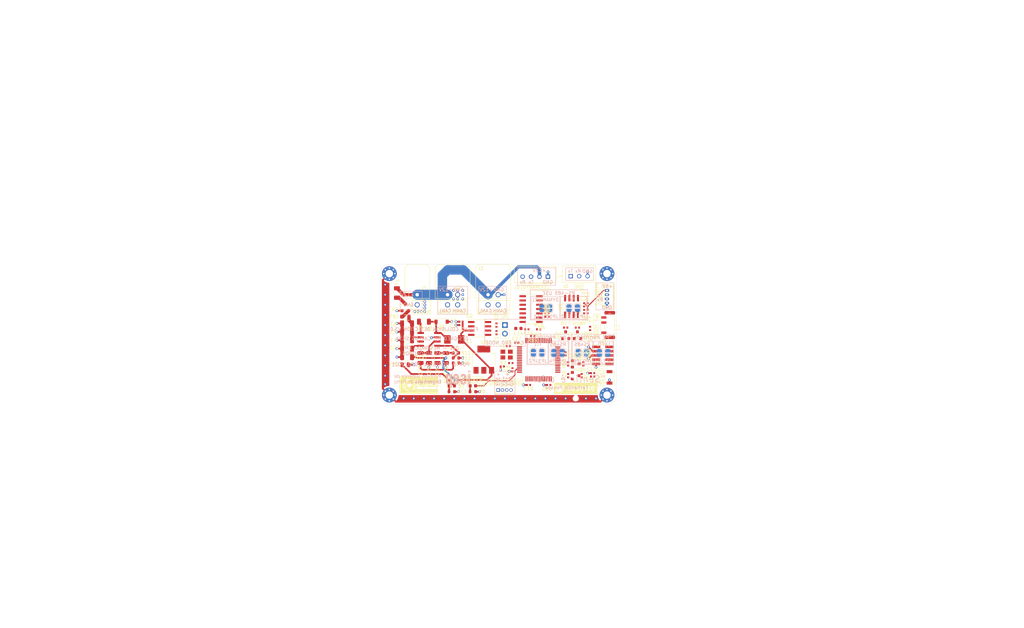
<source format=kicad_pcb>
(kicad_pcb (version 20171130) (host pcbnew 5.1.9-73d0e3b20d~88~ubuntu18.04.1)
  (title_block (title "Collision Avoidance Main Board") (date 2021-01-20) (rev V1.0) (company "Laboratório de Sistemas Autónomos") (comment 2 "Carlos Jorge Vieira da Silva"))
  (layers (0 F.Cu signal) (1 In1.Cu power hide) (2 In2.Cu power) (31 B.Cu signal) (34 B.Paste user hide) (35 F.Paste user hide) (36 B.SilkS user hide) (37 F.SilkS user hide) (38 B.Mask user hide) (39 F.Mask user hide) (44 Edge.Cuts user))
  (net 0 "")
  (net 1 GND)
  (net 2 +3V3)
  (net 3 +5V)
  (net 4 "Net-(C4-Pad1)")
  (net 5 HSE_IN)
  (net 6 "Net-(C7-Pad1)")
  (net 7 "Net-(C9-Pad1)")
  (net 8 "Net-(C9-Pad2)")
  (net 9 NRST)
  (net 10 "Net-(C22-Pad1)")
  (net 11 "Net-(C23-Pad2)")
  (net 12 "Net-(C23-Pad1)")
  (net 13 "Net-(D2-Pad1)")
  (net 14 LED_STATUS)
  (net 15 "Net-(D3-Pad1)")
  (net 16 "Net-(F1-Pad1)")
  (net 17 +12V)
  (net 18 "Net-(FB1-Pad1)")
  (net 19 CAN_L)
  (net 20 CAN_H)
  (net 21 UART2_Tx)
  (net 22 UART2_Rx)
  (net 23 Rx_Dynamixel)
  (net 24 Rx_PC)
  (net 25 Tx_PC)
  (net 26 SWDIO)
  (net 27 SWCLK)
  (net 28 SWO)
  (net 29 "Net-(J11-Pad7)")
  (net 30 "Net-(J11-Pad8)")
  (net 31 "Net-(JP1-Pad1)")
  (net 32 UART3_Tx_5V)
  (net 33 UART3_Tx_TTL)
  (net 34 UART3_Rx_5V)
  (net 35 UART3_Rx_TTL)
  (net 36 UART_Tx_485)
  (net 37 UART_Rx_485)
  (net 38 UART1_Tx_5V)
  (net 39 UART1_Rx_5V)
  (net 40 RS485_Tx_OUT)
  (net 41 RS485_Rx_OUT)
  (net 42 UART3_Tx)
  (net 43 UART3_Rx)
  (net 44 UART1_Tx)
  (net 45 UART1_Rx)
  (net 46 RS485_DIR_CTRL)
  (net 47 HSE_OUT)
  (net 48 "Net-(R12-Pad2)")
  (net 49 BOOT0)
  (net 50 "Net-(R19-Pad1)")
  (net 51 "Net-(U1-Pad2)")
  (net 52 "Net-(U1-Pad3)")
  (net 53 "Net-(U1-Pad4)")
  (net 54 "Net-(U1-Pad8)")
  (net 55 "Net-(U1-Pad9)")
  (net 56 "Net-(U1-Pad10)")
  (net 57 "Net-(U1-Pad11)")
  (net 58 "Net-(U1-Pad15)")
  (net 59 "Net-(U1-Pad20)")
  (net 60 "Net-(U1-Pad21)")
  (net 61 "Net-(U1-Pad22)")
  (net 62 "Net-(U1-Pad23)")
  (net 63 "Net-(U1-Pad24)")
  (net 64 "Net-(U1-Pad25)")
  (net 65 "Net-(U1-Pad26)")
  (net 66 "Net-(U1-Pad27)")
  (net 67 "Net-(U1-Pad28)")
  (net 68 "Net-(U1-Pad29)")
  (net 69 "Net-(U1-Pad30)")
  (net 70 "Net-(U1-Pad34)")
  (net 71 MOT_CTRL1)
  (net 72 MOT_CTRL2)
  (net 73 "Net-(U1-Pad37)")
  (net 74 "Net-(U1-Pad38)")
  (net 75 "Net-(U1-Pad39)")
  (net 76 "Net-(U1-Pad40)")
  (net 77 "Net-(U1-Pad41)")
  (net 78 "Net-(U1-Pad44)")
  (net 79 "Net-(U1-Pad45)")
  (net 80 "Net-(U1-Pad50)")
  (net 81 "Net-(U1-Pad53)")
  (net 82 "Net-(U1-Pad54)")
  (net 83 "Net-(U1-Pad56)")
  (net 84 "Net-(U1-Pad57)")
  (net 85 "Net-(U1-Pad58)")
  (net 86 "Net-(U1-Pad59)")
  (net 87 CAN_Rx)
  (net 88 CAN_Tx)
  (net 89 "Net-(U3-Pad3)")
  (net 90 "Net-(U4-Pad8)")
  (net 91 "Net-(U4-Pad9)")
  (net 92 "Net-(U4-Pad10)")
  (net 93 "Net-(U4-Pad11)")
  (net 94 "Net-(U4-Pad12)")
  (net 95 "Net-(U4-Pad13)")
  (net 96 Dt_Dynamixel)
  (module local:teste10 (layer B.Cu) (at 128.75 112.5 180)
    (fp_text reference G*** hide)
    (fp_text value LOGO hide)
  )
  (module local:teste8 (layer F.Cu) (at 171.25 114.5)
    (fp_text reference G*** hide)
    (fp_text value LOGO hide)
  )
  (module local:teste6 (layer F.Cu) (at 124.75 113.5)
    (fp_text reference G*** hide)
    (fp_text value LOGO hide)
  )
  (module "" (layer F.Cu) (at 0.85 -0.35)
    (fp_text reference "" (at 149.5 99.25) (layer F.SilkS) (effects (font (size 1.27 1.27))))
    (fp_text value "" (at 149.5 99.25) (layer F.SilkS) (effects (font (size 1.27 1.27))))
  )
  (module "" (layer F.Cu) (at 154.4 86.1)
    (fp_text reference "" (at 149.5 99.25) (layer F.SilkS) (effects (font (size 1.27 1.27))))
    (fp_text value "" (at 149.5 99.25) (layer F.SilkS) (effects (font (size 1.27 1.27))))
  )
  (module Capacitor_SMD:C_0402_1005Metric (layer F.Cu) (at 147.75 98 270)
    (fp_text reference C1 (at 2 0 90) (layer F.SilkS))
    (fp_text value 0.1u)
    (pad 2 smd roundrect (at 0.48 0 270) (size 0.56 0.62) (layers F.Cu F.Paste F.Mask) (net 1 GND))
    (pad 1 smd roundrect (at -0.48 0 270) (size 0.56 0.62) (layers F.Cu F.Paste F.Mask) (net 2 +3V3))
  )
  (module Capacitor_SMD:C_0402_1005Metric (layer F.Cu) (at 137.25 95.75 180)
    (fp_text reference C2 (at 2.25 -0.25) (layer F.SilkS))
    (fp_text value 0.1u)
    (pad 2 smd roundrect (at 0.48 0 180) (size 0.56 0.62) (layers F.Cu F.Paste F.Mask) (net 1 GND))
    (pad 1 smd roundrect (at -0.48 0 180) (size 0.56 0.62) (layers F.Cu F.Paste F.Mask) (net 3 +5V))
  )
  (module Capacitor_SMD:C_0402_1005Metric (layer F.Cu) (at 137.25 94.75 180)
    (fp_text reference C3 (at 2.25 0.25) (layer F.SilkS))
    (fp_text value 10u)
    (pad 1 smd roundrect (at -0.48 0 180) (size 0.56 0.62) (layers F.Cu F.Paste F.Mask) (net 3 +5V))
    (pad 2 smd roundrect (at 0.48 0 180) (size 0.56 0.62) (layers F.Cu F.Paste F.Mask) (net 1 GND))
  )
  (module Capacitor_SMD:C_1206_3216Metric (layer F.Cu) (at 121.25 100.25 180)
    (fp_text reference C4 (at 4 0) (layer F.SilkS))
    (fp_text value 4u7)
    (pad 1 smd roundrect (at -1.475 0 180) (size 1.15 1.8) (layers F.Cu F.Paste F.Mask) (roundrect_rratio 0.217391) (net 4 "Net-(C4-Pad1)"))
    (pad 2 smd roundrect (at 1.475 0 180) (size 1.15 1.8) (layers F.Cu F.Paste F.Mask) (roundrect_rratio 0.217391) (net 1 GND))
  )
  (module Capacitor_SMD:C_1206_3216Metric (layer F.Cu) (at 121.25 97.75 180)
    (fp_text reference C5 (at 4 0) (layer F.SilkS))
    (fp_text value 4u7)
    (pad 1 smd roundrect (at -1.475 0 180) (size 1.15 1.8) (layers F.Cu F.Paste F.Mask) (roundrect_rratio 0.217391) (net 4 "Net-(C4-Pad1)"))
    (pad 2 smd roundrect (at 1.475 0 180) (size 1.15 1.8) (layers F.Cu F.Paste F.Mask) (roundrect_rratio 0.217391) (net 1 GND))
  )
  (module Capacitor_SMD:C_0402_1005Metric (layer F.Cu) (at 151.25 102 180)
    (fp_text reference C6 (at 0 1.25) (layer F.SilkS))
    (fp_text value 12p)
    (pad 1 smd roundrect (at -0.48 0 180) (size 0.56 0.62) (layers F.Cu F.Paste F.Mask) (net 5 HSE_IN))
    (pad 2 smd roundrect (at 0.48 0 180) (size 0.56 0.62) (layers F.Cu F.Paste F.Mask) (net 1 GND))
  )
  (module Capacitor_SMD:C_0402_1005Metric (layer F.Cu) (at 149.48 108 180)
    (fp_text reference C7 (at 0 -1.16) (layer F.SilkS))
    (fp_text value 12p)
    (pad 2 smd roundrect (at 0.48 0 180) (size 0.56 0.62) (layers F.Cu F.Paste F.Mask) (net 1 GND))
    (pad 1 smd roundrect (at -0.48 0 180) (size 0.56 0.62) (layers F.Cu F.Paste F.Mask) (net 6 "Net-(C7-Pad1)"))
  )
  (module Capacitor_SMD:C_1206_3216Metric (layer F.Cu) (at 121.25 95.25 180)
    (fp_text reference C8 (at 4 -0.25) (layer F.SilkS))
    (fp_text value 0.01u)
    (pad 1 smd roundrect (at -1.475 0 180) (size 1.15 1.8) (layers F.Cu F.Paste F.Mask) (roundrect_rratio 0.217391) (net 4 "Net-(C4-Pad1)"))
    (pad 2 smd roundrect (at 1.475 0 180) (size 1.15 1.8) (layers F.Cu F.Paste F.Mask) (roundrect_rratio 0.217391) (net 1 GND))
  )
  (module Capacitor_SMD:C_1206_3216Metric (layer F.Cu) (at 126.25 94.75 180)
    (fp_text reference C9 (at 1.25 -1.75) (layer F.SilkS))
    (fp_text value 0.1u)
    (pad 1 smd roundrect (at -1.475 0 180) (size 1.15 1.8) (layers F.Cu F.Paste F.Mask) (roundrect_rratio 0.217391) (net 7 "Net-(C9-Pad1)"))
    (pad 2 smd roundrect (at 1.475 0 180) (size 1.15 1.8) (layers F.Cu F.Paste F.Mask) (roundrect_rratio 0.217391) (net 8 "Net-(C9-Pad2)"))
  )
  (module Capacitor_SMD:C_0402_1005Metric (layer F.Cu) (at 173.75 89.75 270)
    (fp_text reference C10 (at -2.5 0.25 90) (layer F.SilkS))
    (fp_text value 10u)
    (pad 2 smd roundrect (at 0.48 0 270) (size 0.56 0.62) (layers F.Cu F.Paste F.Mask) (net 1 GND))
    (pad 1 smd roundrect (at -0.48 0 270) (size 0.56 0.62) (layers F.Cu F.Paste F.Mask) (net 3 +5V))
  )
  (module Capacitor_SMD:C_0402_1005Metric (layer F.Cu) (at 174.75 89.75 90)
    (fp_text reference C11 (at 2.5 0 90) (layer F.SilkS))
    (fp_text value 0.1u)
    (pad 1 smd roundrect (at -0.48 0 90) (size 0.56 0.62) (layers F.Cu F.Paste F.Mask) (net 3 +5V))
    (pad 2 smd roundrect (at 0.48 0 90) (size 0.56 0.62) (layers F.Cu F.Paste F.Mask) (net 1 GND))
  )
  (module Capacitor_SMD:C_1206_3216Metric (layer F.Cu) (at 121.25 105.25 180)
    (fp_text reference C12 (at -3.75 0) (layer F.SilkS))
    (fp_text value 0.1u)
    (pad 2 smd roundrect (at 1.475 0 180) (size 1.15 1.8) (layers F.Cu F.Paste F.Mask) (roundrect_rratio 0.217391) (net 1 GND))
    (pad 1 smd roundrect (at -1.475 0 180) (size 1.15 1.8) (layers F.Cu F.Paste F.Mask) (roundrect_rratio 0.217391) (net 3 +5V))
  )
  (module Capacitor_SMD:C_0805_2012Metric (layer F.Cu) (at 120.75 107.5)
    (fp_text reference C13 (at -3.25 0) (layer F.SilkS))
    (fp_text value 22uF)
    (pad 1 smd roundrect (at -0.95 0) (size 1 1.45) (layers F.Cu F.Paste F.Mask) (net 2 +3V3))
    (pad 2 smd roundrect (at 0.95 0) (size 1 1.45) (layers F.Cu F.Paste F.Mask) (net 1 GND))
  )
  (module Capacitor_SMD:C_0603_1608Metric (layer F.Cu) (at 154.25 96.75 180)
    (fp_text reference C14 (at 0 -1.5) (layer F.SilkS))
    (fp_text value 4u7)
    (pad 1 smd roundrect (at -0.775 0 180) (size 0.9 0.95) (layers F.Cu F.Paste F.Mask) (net 2 +3V3))
    (pad 2 smd roundrect (at 0.775 0 180) (size 0.9 0.95) (layers F.Cu F.Paste F.Mask) (net 1 GND))
  )
  (module Capacitor_SMD:C_0402_1005Metric (layer F.Cu) (at 176.25 110 180)
    (fp_text reference C15 (at 0.25 1.25) (layer F.SilkS))
    (fp_text value 100n)
    (pad 2 smd roundrect (at 0.48 0 180) (size 0.56 0.62) (layers F.Cu F.Paste F.Mask) (net 1 GND))
    (pad 1 smd roundrect (at -0.48 0 180) (size 0.56 0.62) (layers F.Cu F.Paste F.Mask) (net 9 NRST))
  )
  (module Capacitor_SMD:C_0402_1005Metric (layer F.Cu) (at 156.75 97 180)
    (fp_text reference C16 (at -0.5 -1.16) (layer F.SilkS))
    (fp_text value 100n)
    (pad 1 smd roundrect (at -0.48 0 180) (size 0.56 0.62) (layers F.Cu F.Paste F.Mask) (net 2 +3V3))
    (pad 2 smd roundrect (at 0.48 0 180) (size 0.56 0.62) (layers F.Cu F.Paste F.Mask) (net 1 GND))
  )
  (module Capacitor_SMD:C_0402_1005Metric (layer F.Cu) (at 153.75 101 180)
    (fp_text reference C17 (at 0 1.25) (layer F.SilkS))
    (fp_text value 100n)
    (pad 2 smd roundrect (at 0.48 0 180) (size 0.56 0.62) (layers F.Cu F.Paste F.Mask) (net 1 GND))
    (pad 1 smd roundrect (at -0.48 0 180) (size 0.56 0.62) (layers F.Cu F.Paste F.Mask) (net 2 +3V3))
  )
  (module Capacitor_SMD:C_0402_1005Metric (layer F.Cu) (at 152.5 109 270)
    (fp_text reference C18 (at 0 1.25 90) (layer F.SilkS))
    (fp_text value 100n)
    (pad 1 smd roundrect (at -0.48 0 270) (size 0.56 0.62) (layers F.Cu F.Paste F.Mask) (net 2 +3V3))
    (pad 2 smd roundrect (at 0.48 0 270) (size 0.56 0.62) (layers F.Cu F.Paste F.Mask) (net 1 GND))
  )
  (module Capacitor_SMD:C_0402_1005Metric (layer F.Cu) (at 157.25 113.5 180)
    (fp_text reference C19 (at 0 -1.16) (layer F.SilkS))
    (fp_text value 100n)
    (pad 1 smd roundrect (at -0.48 0 180) (size 0.56 0.62) (layers F.Cu F.Paste F.Mask) (net 2 +3V3))
    (pad 2 smd roundrect (at 0.48 0 180) (size 0.56 0.62) (layers F.Cu F.Paste F.Mask) (net 1 GND))
  )
  (module Capacitor_SMD:C_0402_1005Metric (layer F.Cu) (at 163.25 113.5 180)
    (fp_text reference C20 (at 0.5 -1.25) (layer F.SilkS))
    (fp_text value 100n)
    (pad 2 smd roundrect (at 0.48 0 180) (size 0.56 0.62) (layers F.Cu F.Paste F.Mask) (net 1 GND))
    (pad 1 smd roundrect (at -0.48 0 180) (size 0.56 0.62) (layers F.Cu F.Paste F.Mask) (net 2 +3V3))
  )
  (module Capacitor_SMD:C_0402_1005Metric (layer F.Cu) (at 168.25 104.25 270)
    (fp_text reference C21 (at 0 -1.16 90) (layer F.SilkS))
    (fp_text value 100n)
    (pad 1 smd roundrect (at -0.48 0 270) (size 0.56 0.62) (layers F.Cu F.Paste F.Mask) (net 2 +3V3))
    (pad 2 smd roundrect (at 0.48 0 270) (size 0.56 0.62) (layers F.Cu F.Paste F.Mask) (net 1 GND))
  )
  (module Capacitor_SMD:C_1206_3216Metric (layer F.Cu) (at 121.25 102.75 180)
    (fp_text reference C22 (at 3.75 0.25) (layer F.SilkS))
    (fp_text value 0.01u)
    (pad 2 smd roundrect (at 1.475 0 180) (size 1.15 1.8) (layers F.Cu F.Paste F.Mask) (roundrect_rratio 0.217391) (net 1 GND))
    (pad 1 smd roundrect (at -1.475 0 180) (size 1.15 1.8) (layers F.Cu F.Paste F.Mask) (roundrect_rratio 0.217391) (net 10 "Net-(C22-Pad1)"))
  )
  (module Capacitor_SMD:C_1206_3216Metric (layer F.Cu) (at 125.25 105.5 270)
    (fp_text reference C23 (at 3.75 0 90) (layer F.SilkS))
    (fp_text value 4700p)
    (pad 2 smd roundrect (at 1.475 0 270) (size 1.15 1.8) (layers F.Cu F.Paste F.Mask) (roundrect_rratio 0.217391) (net 11 "Net-(C23-Pad2)"))
    (pad 1 smd roundrect (at -1.475 0 270) (size 1.15 1.8) (layers F.Cu F.Paste F.Mask) (roundrect_rratio 0.217391) (net 12 "Net-(C23-Pad1)"))
  )
  (module Capacitor_SMD:C_1206_3216Metric (layer F.Cu) (at 130.25 105.5 270)
    (fp_text reference C24 (at 3.75 0 90) (layer F.SilkS))
    (fp_text value 33u)
    (pad 1 smd roundrect (at -1.475 0 270) (size 1.15 1.8) (layers F.Cu F.Paste F.Mask) (roundrect_rratio 0.217391) (net 3 +5V))
    (pad 2 smd roundrect (at 1.475 0 270) (size 1.15 1.8) (layers F.Cu F.Paste F.Mask) (roundrect_rratio 0.217391) (net 1 GND))
  )
  (module Capacitor_SMD:C_1206_3216Metric (layer F.Cu) (at 127.75 105.5 270)
    (fp_text reference C25 (at 3.75 0 90) (layer F.SilkS))
    (fp_text value 39p)
    (pad 2 smd roundrect (at 1.475 0 270) (size 1.15 1.8) (layers F.Cu F.Paste F.Mask) (roundrect_rratio 0.217391) (net 1 GND))
    (pad 1 smd roundrect (at -1.475 0 270) (size 1.15 1.8) (layers F.Cu F.Paste F.Mask) (roundrect_rratio 0.217391) (net 12 "Net-(C23-Pad1)"))
  )
  (module Capacitor_SMD:C_1206_3216Metric (layer F.Cu) (at 132.75 105.5 270)
    (fp_text reference C26 (at 3.75 0 90) (layer F.SilkS))
    (fp_text value 33u)
    (pad 2 smd roundrect (at 1.475 0 270) (size 1.15 1.8) (layers F.Cu F.Paste F.Mask) (roundrect_rratio 0.217391) (net 1 GND))
    (pad 1 smd roundrect (at -1.475 0 270) (size 1.15 1.8) (layers F.Cu F.Paste F.Mask) (roundrect_rratio 0.217391) (net 3 +5V))
  )
  (module Diode_SMD:D_SOD-123 (layer F.Cu) (at 131.5 94.75)
    (fp_text reference D1 (at 0.25 1.75) (layer F.SilkS))
    (fp_text value B5819W hide)
    (pad 1 smd rect (at -1.65 0) (size 0.9 1.2) (layers F.Cu F.Paste F.Mask) (net 7 "Net-(C9-Pad1)"))
    (pad 2 smd rect (at 1.65 0) (size 0.9 1.2) (layers F.Cu F.Paste F.Mask) (net 1 GND))
  )
  (module LED_SMD:LED_0603_1608Metric (layer F.Cu) (at 140.75 113.75)
    (fp_text reference D2 (at 2.5 0) (layer F.SilkS))
    (fp_text value BLUE)
    (pad 1 smd roundrect (at -0.7875 0) (size 0.875 0.95) (layers F.Cu F.Paste F.Mask) (net 13 "Net-(D2-Pad1)"))
    (pad 2 smd roundrect (at 0.7875 0) (size 0.875 0.95) (layers F.Cu F.Paste F.Mask) (net 14 LED_STATUS))
  )
  (module LED_SMD:LED_0603_1608Metric (layer F.Cu) (at 134.5 113.75)
    (fp_text reference D3 (at 2.75 0) (layer F.SilkS))
    (fp_text value GREEN)
    (pad 2 smd roundrect (at 0.7875 0) (size 0.875 0.95) (layers F.Cu F.Paste F.Mask) (net 2 +3V3))
    (pad 1 smd roundrect (at -0.7875 0) (size 0.875 0.95) (layers F.Cu F.Paste F.Mask) (net 15 "Net-(D3-Pad1)"))
  )
  (module Fuse:Fuse_1206_3216Metric (layer F.Cu) (at 118.25 86.25 90)
    (fp_text reference F1 (at 3.25 0 270) (layer F.SilkS))
    (fp_text value 1.2A hide)
    (pad 1 smd roundrect (at -1.4 0 90) (size 1.25 1.75) (layers F.Cu F.Paste F.Mask) (roundrect_rratio 0.2) (net 16 "Net-(F1-Pad1)"))
    (pad 2 smd roundrect (at 1.4 0 90) (size 1.25 1.75) (layers F.Cu F.Paste F.Mask) (roundrect_rratio 0.2) (net 17 +12V))
  )
  (module Inductor_SMD:L_0805_2012Metric (layer F.Cu) (at 120.75 93.25)
    (fp_text reference FB1 (at -3.25 0) (layer F.SilkS))
    (fp_text value 600@600MHz)
    (pad 1 smd roundrect (at -1.0625 0) (size 0.875 1.2) (layers F.Cu F.Paste F.Mask) (net 18 "Net-(FB1-Pad1)"))
    (pad 2 smd roundrect (at 1.0625 0) (size 0.875 1.2) (layers F.Cu F.Paste F.Mask) (net 4 "Net-(C4-Pad1)"))
  )
  (module MountingHole:MountingHole_2.2mm_M2_Pad_Via (layer F.Cu) (at 116 116.5)
    (fp_text reference H1 hide)
    (fp_text value M2 hide)
    (pad 1 thru_hole circle (at 0 0) (size 4.4 4.4) (drill 2.2) (layers *.Cu *.Mask) (net 1 GND))
    (pad 1 thru_hole circle (at 1.65 0) (size 0.7 0.7) (drill 0.4) (layers *.Cu *.Mask) (net 1 GND))
    (pad 1 thru_hole circle (at 1.166726 1.166726) (size 0.7 0.7) (drill 0.4) (layers *.Cu *.Mask) (net 1 GND))
    (pad 1 thru_hole circle (at 0 1.65) (size 0.7 0.7) (drill 0.4) (layers *.Cu *.Mask) (net 1 GND))
    (pad 1 thru_hole circle (at -1.166726 1.166726) (size 0.7 0.7) (drill 0.4) (layers *.Cu *.Mask) (net 1 GND))
    (pad 1 thru_hole circle (at -1.65 0) (size 0.7 0.7) (drill 0.4) (layers *.Cu *.Mask) (net 1 GND))
    (pad 1 thru_hole circle (at -1.166726 -1.166726) (size 0.7 0.7) (drill 0.4) (layers *.Cu *.Mask) (net 1 GND))
    (pad 1 thru_hole circle (at 0 -1.65) (size 0.7 0.7) (drill 0.4) (layers *.Cu *.Mask) (net 1 GND))
    (pad 1 thru_hole circle (at 1.166726 -1.166726) (size 0.7 0.7) (drill 0.4) (layers *.Cu *.Mask) (net 1 GND))
  )
  (module MountingHole:MountingHole_2.2mm_M2_Pad_Via (layer F.Cu) (at 180.5 80.5)
    (fp_text reference H2 hide)
    (fp_text value M2 hide)
    (pad 1 thru_hole circle (at 1.166726 -1.166726) (size 0.7 0.7) (drill 0.4) (layers *.Cu *.Mask) (net 1 GND))
    (pad 1 thru_hole circle (at 0 -1.65) (size 0.7 0.7) (drill 0.4) (layers *.Cu *.Mask) (net 1 GND))
    (pad 1 thru_hole circle (at -1.166726 -1.166726) (size 0.7 0.7) (drill 0.4) (layers *.Cu *.Mask) (net 1 GND))
    (pad 1 thru_hole circle (at -1.65 0) (size 0.7 0.7) (drill 0.4) (layers *.Cu *.Mask) (net 1 GND))
    (pad 1 thru_hole circle (at -1.166726 1.166726) (size 0.7 0.7) (drill 0.4) (layers *.Cu *.Mask) (net 1 GND))
    (pad 1 thru_hole circle (at 0 1.65) (size 0.7 0.7) (drill 0.4) (layers *.Cu *.Mask) (net 1 GND))
    (pad 1 thru_hole circle (at 1.166726 1.166726) (size 0.7 0.7) (drill 0.4) (layers *.Cu *.Mask) (net 1 GND))
    (pad 1 thru_hole circle (at 1.65 0) (size 0.7 0.7) (drill 0.4) (layers *.Cu *.Mask) (net 1 GND))
    (pad 1 thru_hole circle (at 0 0) (size 4.4 4.4) (drill 2.2) (layers *.Cu *.Mask) (net 1 GND))
  )
  (module MountingHole:MountingHole_2.2mm_M2_Pad_Via (layer F.Cu) (at 180.5 116.5)
    (fp_text reference H3 hide)
    (fp_text value M2 hide)
    (pad 1 thru_hole circle (at 0 0) (size 4.4 4.4) (drill 2.2) (layers *.Cu *.Mask) (net 1 GND))
    (pad 1 thru_hole circle (at 1.65 0) (size 0.7 0.7) (drill 0.4) (layers *.Cu *.Mask) (net 1 GND))
    (pad 1 thru_hole circle (at 1.166726 1.166726) (size 0.7 0.7) (drill 0.4) (layers *.Cu *.Mask) (net 1 GND))
    (pad 1 thru_hole circle (at 0 1.65) (size 0.7 0.7) (drill 0.4) (layers *.Cu *.Mask) (net 1 GND))
    (pad 1 thru_hole circle (at -1.166726 1.166726) (size 0.7 0.7) (drill 0.4) (layers *.Cu *.Mask) (net 1 GND))
    (pad 1 thru_hole circle (at -1.65 0) (size 0.7 0.7) (drill 0.4) (layers *.Cu *.Mask) (net 1 GND))
    (pad 1 thru_hole circle (at -1.166726 -1.166726) (size 0.7 0.7) (drill 0.4) (layers *.Cu *.Mask) (net 1 GND))
    (pad 1 thru_hole circle (at 0 -1.65) (size 0.7 0.7) (drill 0.4) (layers *.Cu *.Mask) (net 1 GND))
    (pad 1 thru_hole circle (at 1.166726 -1.166726) (size 0.7 0.7) (drill 0.4) (layers *.Cu *.Mask) (net 1 GND))
  )
  (module MountingHole:MountingHole_2.2mm_M2_Pad_Via (layer F.Cu) (at 116 80.5)
    (fp_text reference H4 hide)
    (fp_text value M2 hide)
    (pad 1 thru_hole circle (at 1.166726 -1.166726) (size 0.7 0.7) (drill 0.4) (layers *.Cu *.Mask) (net 1 GND))
    (pad 1 thru_hole circle (at 0 -1.65) (size 0.7 0.7) (drill 0.4) (layers *.Cu *.Mask) (net 1 GND))
    (pad 1 thru_hole circle (at -1.166726 -1.166726) (size 0.7 0.7) (drill 0.4) (layers *.Cu *.Mask) (net 1 GND))
    (pad 1 thru_hole circle (at -1.65 0) (size 0.7 0.7) (drill 0.4) (layers *.Cu *.Mask) (net 1 GND))
    (pad 1 thru_hole circle (at -1.166726 1.166726) (size 0.7 0.7) (drill 0.4) (layers *.Cu *.Mask) (net 1 GND))
    (pad 1 thru_hole circle (at 0 1.65) (size 0.7 0.7) (drill 0.4) (layers *.Cu *.Mask) (net 1 GND))
    (pad 1 thru_hole circle (at 1.166726 1.166726) (size 0.7 0.7) (drill 0.4) (layers *.Cu *.Mask) (net 1 GND))
    (pad 1 thru_hole circle (at 1.65 0) (size 0.7 0.7) (drill 0.4) (layers *.Cu *.Mask) (net 1 GND))
    (pad 1 thru_hole circle (at 0 0) (size 4.4 4.4) (drill 2.2) (layers *.Cu *.Mask) (net 1 GND))
  )
  (module Connector_Molex:Molex_Micro-Fit_3.0_43045-0200_2x01_P3.00mm_Horizontal (layer F.Cu) (at 124.25 86.75)
    (fp_text reference J1 (at 2 -2) (layer F.SilkS))
    (fp_text value POWER (at 1.25 5 180) (layer F.SilkS) (effects (font (thickness 0.15) italic)))
    (pad "" np_thru_hole circle (at 0 -4.32) (size 3 3) (drill 3) (layers *.Cu *.Mask))
    (pad 1 thru_hole roundrect (at 0 0) (size 1.5 1.5) (drill 1.02) (layers *.Cu *.Mask) (roundrect_rratio 0.166667) (net 17 +12V))
    (pad 2 thru_hole circle (at 0 3) (size 1.5 1.5) (drill 1.02) (layers *.Cu *.Mask) (net 1 GND))
  )
  (module Connector_Molex:Molex_Micro-Fit_3.0_43045-0400_2x02_P3.00mm_Horizontal (layer F.Cu) (at 133.25 86.75)
    (fp_text reference J2 (at 3 -2) (layer F.SilkS))
    (fp_text value "CAN INPUT" (at 1.5 5) (layer F.SilkS) (effects (font (thickness 0.15) italic)))
    (pad 4 thru_hole circle (at 3 3) (size 1.5 1.5) (drill 1.02) (layers *.Cu *.Mask) (net 20 CAN_H))
    (pad 3 thru_hole circle (at 0 3) (size 1.5 1.5) (drill 1.02) (layers *.Cu *.Mask) (net 19 CAN_L))
    (pad 2 thru_hole circle (at 3 0) (size 1.5 1.5) (drill 1.02) (layers *.Cu *.Mask) (net 1 GND))
    (pad 1 thru_hole roundrect (at 0 0) (size 1.5 1.5) (drill 1.02) (layers *.Cu *.Mask) (roundrect_rratio 0.166667) (net 17 +12V))
    (pad "" np_thru_hole circle (at 1.5 -4.32) (size 3 3) (drill 3) (layers *.Cu *.Mask))
  )
  (module Connector_Molex:Molex_Micro-Fit_3.0_43045-0400_2x02_P3.00mm_Horizontal (layer F.Cu) (at 145.25 86.75)
    (fp_text reference J3 (at -2.25 -7.75) (layer F.SilkS))
    (fp_text value "CAN OUTPUT" (at 1.5 5) (layer F.SilkS) (effects (font (thickness 0.15) italic)))
    (pad "" np_thru_hole circle (at 1.5 -4.32) (size 3 3) (drill 3) (layers *.Cu *.Mask))
    (pad 1 thru_hole roundrect (at 0 0) (size 1.5 1.5) (drill 1.02) (layers *.Cu *.Mask) (roundrect_rratio 0.166667) (net 17 +12V))
    (pad 2 thru_hole circle (at 3 0) (size 1.5 1.5) (drill 1.02) (layers *.Cu *.Mask) (net 1 GND))
    (pad 3 thru_hole circle (at 0 3) (size 1.5 1.5) (drill 1.02) (layers *.Cu *.Mask) (net 19 CAN_L))
    (pad 4 thru_hole circle (at 3 3) (size 1.5 1.5) (drill 1.02) (layers *.Cu *.Mask) (net 20 CAN_H))
  )
  (module Connector_Molex:Molex_PicoBlade_53047-0410_1x04_P1.25mm_Vertical (layer F.Cu) (at 180.5 85.5 270)
    (fp_text reference J4 (at -1.25 3 90) (layer F.SilkS))
    (fp_text value LiDAR (at 2 2.75 90) (layer F.SilkS) (effects (font (thickness 0.15) italic)))
    (pad 1 thru_hole roundrect (at 0 0 270) (size 0.8 1.3) (drill 0.5) (layers *.Cu *.Mask) (net 3 +5V))
    (pad 2 thru_hole oval (at 1.25 0 270) (size 0.8 1.3) (drill 0.5) (layers *.Cu *.Mask) (net 21 UART2_Tx))
    (pad 3 thru_hole oval (at 2.5 0 270) (size 0.8 1.3) (drill 0.5) (layers *.Cu *.Mask) (net 22 UART2_Rx))
    (pad 4 thru_hole oval (at 3.75 0 270) (size 0.8 1.3) (drill 0.5) (layers *.Cu *.Mask) (net 1 GND))
  )
  (module local:MOLEX_22-03-5045 (layer F.Cu) (at 159.25 80.75 180)
    (fp_text reference J5 (at 5.5 -3.75) (layer F.SilkS) (effects (font (size 1.001331 1.001331))))
    (fp_text value DYNAMIXEL (at -0.25 -3.75) (layer F.SilkS) (effects (font (thickness 0.15) italic)))
    (pad 4 thru_hole circle (at 3.75 -0.65 180) (size 1.308 1.308) (drill 0.8) (layers *.Cu *.Mask) (net 23 Rx_Dynamixel))
    (pad 3 thru_hole circle (at 1.25 -0.65 180) (size 1.308 1.308) (drill 0.8) (layers *.Cu *.Mask) (net 96 Dt_Dynamixel))
    (pad 2 thru_hole circle (at -1.25 -0.65 180) (size 1.308 1.308) (drill 0.8) (layers *.Cu *.Mask) (net 17 +12V))
    (pad 1 thru_hole rect (at -3.75 -0.65 180) (size 1.308 1.308) (drill 0.8) (layers *.Cu *.Mask) (net 1 GND))
  )
  (module local:MOLEX_22-03-5035 (layer F.Cu) (at 169.75 81.25)
    (fp_text reference J6 (at -1.5 3) (layer F.SilkS) (effects (font (size 1.001331 1.001331))))
    (fp_text value PC (at 2.5 3.25) (layer F.SilkS) (effects (font (thickness 0.15) italic)))
    (pad 1 thru_hole rect (at 0 0) (size 1.28 1.28) (drill 0.85) (layers *.Cu *.Mask) (net 25 Tx_PC))
    (pad 2 thru_hole circle (at 2.5 0) (size 1.28 1.28) (drill 0.85) (layers *.Cu *.Mask) (net 24 Rx_PC))
    (pad 3 thru_hole circle (at 5 0) (size 1.28 1.28) (drill 0.85) (layers *.Cu *.Mask) (net 1 GND))
  )
  (module Connector_PinHeader_1.27mm:PinHeader_2x05_P1.27mm_Vertical_SMD (layer F.Cu) (at 179.25 104.75)
    (fp_text reference J11 (at 0 -4.235) (layer F.SilkS) (effects (font (thickness 0.15) italic)))
    (fp_text value SWD)
    (fp_text user SWD (at -4.25 0 90) (layer F.SilkS) (effects (font (thickness 0.15) italic)))
    (pad 1 smd rect (at -1.95 -2.54) (size 2.4 0.74) (layers F.Cu F.Paste F.Mask) (net 2 +3V3))
    (pad 2 smd rect (at 1.95 -2.54) (size 2.4 0.74) (layers F.Cu F.Paste F.Mask) (net 26 SWDIO))
    (pad 3 smd rect (at -1.95 -1.27) (size 2.4 0.74) (layers F.Cu F.Paste F.Mask) (net 1 GND))
    (pad 4 smd rect (at 1.95 -1.27) (size 2.4 0.74) (layers F.Cu F.Paste F.Mask) (net 27 SWCLK))
    (pad 5 smd rect (at -1.95 0) (size 2.4 0.74) (layers F.Cu F.Paste F.Mask) (net 1 GND))
    (pad 6 smd rect (at 1.95 0) (size 2.4 0.74) (layers F.Cu F.Paste F.Mask) (net 28 SWO))
    (pad 7 smd rect (at -1.95 1.27) (size 2.4 0.74) (layers F.Cu F.Paste F.Mask) (net 29 "Net-(J11-Pad7)"))
    (pad 8 smd rect (at 1.95 1.27) (size 2.4 0.74) (layers F.Cu F.Paste F.Mask) (net 30 "Net-(J11-Pad8)"))
    (pad 9 smd rect (at -1.95 2.54) (size 2.4 0.74) (layers F.Cu F.Paste F.Mask) (net 1 GND))
    (pad 10 smd rect (at 1.95 2.54) (size 2.4 0.74) (layers F.Cu F.Paste F.Mask) (net 9 NRST))
  )
  (module Connector_PinHeader_2.54mm:PinHeader_1x02_P2.54mm_Vertical (layer F.Cu) (at 150.25 95.75)
    (fp_text reference JP1 (at 0 -2.33) (layer F.SilkS))
    (fp_text value Jumper_2_Open)
    (pad 1 thru_hole rect (at 0 0) (size 1.7 1.7) (drill 1) (layers *.Cu *.Mask) (net 31 "Net-(JP1-Pad1)"))
    (pad 2 thru_hole oval (at 0 2.54) (size 1.7 1.7) (drill 1) (layers *.Cu *.Mask) (net 20 CAN_H))
  )
  (module Jumper:SolderJumper-2_P1.3mm_Open_RoundedPad1.0x1.5mm (layer B.Cu) (at 158.7 103.95 90)
    (fp_text reference JP2 (at -2.4 0) (layer B.SilkS) (effects (justify mirror)))
    (fp_text value SolderJumper_2_Open)
    (pad 1 smd custom (at -0.65 0 90) (size 1 0.5) (layers B.Cu B.Mask) (net 32 UART3_Tx_5V) (options (clearance outline) (anchor rect)) (primitives (gr_circle (center 0 -0.25) (end 0.5 -0.25) (width 0)) (gr_circle (center 0 0.25) (end 0.5 0.25) (width 0)) (gr_poly (pts (xy 0 0.75) (xy 0.5 0.75) (xy 0.5 -0.75) (xy 0 -0.75)) (width 0))))
    (pad 2 smd custom (at 0.65 0 90) (size 1 0.5) (layers B.Cu B.Mask) (net 33 UART3_Tx_TTL) (options (clearance outline) (anchor rect)) (primitives (gr_circle (center 0 -0.25) (end 0.5 -0.25) (width 0)) (gr_circle (center 0 0.25) (end 0.5 0.25) (width 0)) (gr_poly (pts (xy 0 0.75) (xy -0.5 0.75) (xy -0.5 -0.75) (xy 0 -0.75)) (width 0))))
  )
  (module Jumper:SolderJumper-2_P1.3mm_Open_RoundedPad1.0x1.5mm (layer B.Cu) (at 161.2 103.95 90)
    (fp_text reference JP3 (at -2.5 0.25) (layer B.SilkS) (effects (justify mirror)))
    (fp_text value SolderJumper_2_Open)
    (pad 1 smd custom (at -0.65 0 90) (size 1 0.5) (layers B.Cu B.Mask) (net 34 UART3_Rx_5V) (options (clearance outline) (anchor rect)) (primitives (gr_circle (center 0 -0.25) (end 0.5 -0.25) (width 0)) (gr_circle (center 0 0.25) (end 0.5 0.25) (width 0)) (gr_poly (pts (xy 0 0.75) (xy 0.5 0.75) (xy 0.5 -0.75) (xy 0 -0.75)) (width 0))))
    (pad 2 smd custom (at 0.65 0 90) (size 1 0.5) (layers B.Cu B.Mask) (net 35 UART3_Rx_TTL) (options (clearance outline) (anchor rect)) (primitives (gr_circle (center 0 -0.25) (end 0.5 -0.25) (width 0)) (gr_circle (center 0 0.25) (end 0.5 0.25) (width 0)) (gr_poly (pts (xy 0 0.75) (xy -0.5 0.75) (xy -0.5 -0.75) (xy 0 -0.75)) (width 0))))
  )
  (module Jumper:SolderJumper-2_P1.3mm_Open_RoundedPad1.0x1.5mm (layer B.Cu) (at 164.75 104 90)
    (fp_text reference JP4 (at -2.4 0) (layer B.SilkS) (effects (justify mirror)))
    (fp_text value SolderJumper_2_Open)
    (pad 2 smd custom (at 0.65 0 90) (size 1 0.5) (layers B.Cu B.Mask) (net 36 UART_Tx_485) (options (clearance outline) (anchor rect)) (primitives (gr_circle (center 0 -0.25) (end 0.5 -0.25) (width 0)) (gr_circle (center 0 0.25) (end 0.5 0.25) (width 0)) (gr_poly (pts (xy 0 0.75) (xy -0.5 0.75) (xy -0.5 -0.75) (xy 0 -0.75)) (width 0))))
    (pad 1 smd custom (at -0.65 0 90) (size 1 0.5) (layers B.Cu B.Mask) (net 32 UART3_Tx_5V) (options (clearance outline) (anchor rect)) (primitives (gr_circle (center 0 -0.25) (end 0.5 -0.25) (width 0)) (gr_circle (center 0 0.25) (end 0.5 0.25) (width 0)) (gr_poly (pts (xy 0 0.75) (xy 0.5 0.75) (xy 0.5 -0.75) (xy 0 -0.75)) (width 0))))
  )
  (module Jumper:SolderJumper-2_P1.3mm_Open_RoundedPad1.0x1.5mm (layer B.Cu) (at 167.25 104 90)
    (fp_text reference JP5 (at -2.5 0.25) (layer B.SilkS) (effects (justify mirror)))
    (fp_text value SolderJumper_2_Open)
    (pad 1 smd custom (at -0.65 0 90) (size 1 0.5) (layers B.Cu B.Mask) (net 34 UART3_Rx_5V) (options (clearance outline) (anchor rect)) (primitives (gr_circle (center 0 -0.25) (end 0.5 -0.25) (width 0)) (gr_circle (center 0 0.25) (end 0.5 0.25) (width 0)) (gr_poly (pts (xy 0 0.75) (xy 0.5 0.75) (xy 0.5 -0.75) (xy 0 -0.75)) (width 0))))
    (pad 2 smd custom (at 0.65 0 90) (size 1 0.5) (layers B.Cu B.Mask) (net 37 UART_Rx_485) (options (clearance outline) (anchor rect)) (primitives (gr_circle (center 0 -0.25) (end 0.5 -0.25) (width 0)) (gr_circle (center 0 0.25) (end 0.5 0.25) (width 0)) (gr_poly (pts (xy 0 0.75) (xy -0.5 0.75) (xy -0.5 -0.75) (xy 0 -0.75)) (width 0))))
  )
  (module Jumper:SolderJumper-2_P1.3mm_Open_RoundedPad1.0x1.5mm (layer B.Cu) (at 178.25 104 90)
    (fp_text reference JP6 (at -2.5 -0.25 180) (layer B.SilkS) (effects (justify mirror)))
    (fp_text value SolderJumper_2_Open)
    (pad 1 smd custom (at -0.65 0 90) (size 1 0.5) (layers B.Cu B.Mask) (net 38 UART1_Tx_5V) (options (clearance outline) (anchor rect)) (primitives (gr_circle (center 0 -0.25) (end 0.5 -0.25) (width 0)) (gr_circle (center 0 0.25) (end 0.5 0.25) (width 0)) (gr_poly (pts (xy 0 0.75) (xy 0.5 0.75) (xy 0.5 -0.75) (xy 0 -0.75)) (width 0))))
    (pad 2 smd custom (at 0.65 0 90) (size 1 0.5) (layers B.Cu B.Mask) (net 25 Tx_PC) (options (clearance outline) (anchor rect)) (primitives (gr_circle (center 0 -0.25) (end 0.5 -0.25) (width 0)) (gr_circle (center 0 0.25) (end 0.5 0.25) (width 0)) (gr_poly (pts (xy 0 0.75) (xy -0.5 0.75) (xy -0.5 -0.75) (xy 0 -0.75)) (width 0))))
  )
  (module Jumper:SolderJumper-2_P1.3mm_Open_RoundedPad1.0x1.5mm (layer B.Cu) (at 180.75 104 90)
    (fp_text reference JP7 (at -2.5 0 180) (layer B.SilkS) (effects (justify mirror)))
    (fp_text value SolderJumper_2_Open)
    (pad 2 smd custom (at 0.65 0 90) (size 1 0.5) (layers B.Cu B.Mask) (net 24 Rx_PC) (options (clearance outline) (anchor rect)) (primitives (gr_circle (center 0 -0.25) (end 0.5 -0.25) (width 0)) (gr_circle (center 0 0.25) (end 0.5 0.25) (width 0)) (gr_poly (pts (xy 0 0.75) (xy -0.5 0.75) (xy -0.5 -0.75) (xy 0 -0.75)) (width 0))))
    (pad 1 smd custom (at -0.65 0 90) (size 1 0.5) (layers B.Cu B.Mask) (net 39 UART1_Rx_5V) (options (clearance outline) (anchor rect)) (primitives (gr_circle (center 0 -0.25) (end 0.5 -0.25) (width 0)) (gr_circle (center 0 0.25) (end 0.5 0.25) (width 0)) (gr_poly (pts (xy 0 0.75) (xy 0.5 0.75) (xy 0.5 -0.75) (xy 0 -0.75)) (width 0))))
  )
  (module Jumper:SolderJumper-2_P1.3mm_Open_RoundedPad1.0x1.5mm (layer B.Cu) (at 172 104 90)
    (fp_text reference JP8 (at -2.5 -0.25 180) (layer B.SilkS) (effects (justify mirror)))
    (fp_text value SolderJumper_2_Open)
    (pad 2 smd custom (at 0.65 0 90) (size 1 0.5) (layers B.Cu B.Mask) (net 36 UART_Tx_485) (options (clearance outline) (anchor rect)) (primitives (gr_circle (center 0 -0.25) (end 0.5 -0.25) (width 0)) (gr_circle (center 0 0.25) (end 0.5 0.25) (width 0)) (gr_poly (pts (xy 0 0.75) (xy -0.5 0.75) (xy -0.5 -0.75) (xy 0 -0.75)) (width 0))))
    (pad 1 smd custom (at -0.65 0 90) (size 1 0.5) (layers B.Cu B.Mask) (net 38 UART1_Tx_5V) (options (clearance outline) (anchor rect)) (primitives (gr_circle (center 0 -0.25) (end 0.5 -0.25) (width 0)) (gr_circle (center 0 0.25) (end 0.5 0.25) (width 0)) (gr_poly (pts (xy 0 0.75) (xy 0.5 0.75) (xy 0.5 -0.75) (xy 0 -0.75)) (width 0))))
  )
  (module Jumper:SolderJumper-2_P1.3mm_Open_RoundedPad1.0x1.5mm (layer B.Cu) (at 174.5 104 90)
    (fp_text reference JP9 (at -2.5 0.25 180) (layer B.SilkS) (effects (justify mirror)))
    (fp_text value SolderJumper_2_Open)
    (pad 1 smd custom (at -0.65 0 90) (size 1 0.5) (layers B.Cu B.Mask) (net 39 UART1_Rx_5V) (options (clearance outline) (anchor rect)) (primitives (gr_circle (center 0 -0.25) (end 0.5 -0.25) (width 0)) (gr_circle (center 0 0.25) (end 0.5 0.25) (width 0)) (gr_poly (pts (xy 0 0.75) (xy 0.5 0.75) (xy 0.5 -0.75) (xy 0 -0.75)) (width 0))))
    (pad 2 smd custom (at 0.65 0 90) (size 1 0.5) (layers B.Cu B.Mask) (net 37 UART_Rx_485) (options (clearance outline) (anchor rect)) (primitives (gr_circle (center 0 -0.25) (end 0.5 -0.25) (width 0)) (gr_circle (center 0 0.25) (end 0.5 0.25) (width 0)) (gr_poly (pts (xy 0 0.75) (xy -0.5 0.75) (xy -0.5 -0.75) (xy 0 -0.75)) (width 0))))
  )
  (module Jumper:SolderJumper-2_P1.3mm_Open_RoundedPad1.0x1.5mm (layer B.Cu) (at 163.5 90.75 270)
    (fp_text reference JP10 (at 2.5 -0.75 180) (layer B.SilkS) (effects (justify mirror)))
    (fp_text value SolderJumper_2_Open)
    (pad 2 smd custom (at 0.65 0 270) (size 1 0.5) (layers B.Cu B.Mask) (net 96 Dt_Dynamixel) (options (clearance outline) (anchor rect)) (primitives (gr_circle (center 0 -0.25) (end 0.5 -0.25) (width 0)) (gr_circle (center 0 0.25) (end 0.5 0.25) (width 0)) (gr_poly (pts (xy 0 0.75) (xy -0.5 0.75) (xy -0.5 -0.75) (xy 0 -0.75)) (width 0))))
    (pad 1 smd custom (at -0.65 0 270) (size 1 0.5) (layers B.Cu B.Mask) (net 40 RS485_Tx_OUT) (options (clearance outline) (anchor rect)) (primitives (gr_circle (center 0 -0.25) (end 0.5 -0.25) (width 0)) (gr_circle (center 0 0.25) (end 0.5 0.25) (width 0)) (gr_poly (pts (xy 0 0.75) (xy 0.5 0.75) (xy 0.5 -0.75) (xy 0 -0.75)) (width 0))))
  )
  (module Jumper:SolderJumper-2_P1.3mm_Open_RoundedPad1.0x1.5mm (layer B.Cu) (at 161.25 90.75 270)
    (fp_text reference JP11 (at 2.5 0.75) (layer B.SilkS) (effects (justify mirror)))
    (fp_text value SolderJumper_2_Open)
    (pad 1 smd custom (at -0.65 0 270) (size 1 0.5) (layers B.Cu B.Mask) (net 41 RS485_Rx_OUT) (options (clearance outline) (anchor rect)) (primitives (gr_circle (center 0 -0.25) (end 0.5 -0.25) (width 0)) (gr_circle (center 0 0.25) (end 0.5 0.25) (width 0)) (gr_poly (pts (xy 0 0.75) (xy 0.5 0.75) (xy 0.5 -0.75) (xy 0 -0.75)) (width 0))))
    (pad 2 smd custom (at 0.65 0 270) (size 1 0.5) (layers B.Cu B.Mask) (net 23 Rx_Dynamixel) (options (clearance outline) (anchor rect)) (primitives (gr_circle (center 0 -0.25) (end 0.5 -0.25) (width 0)) (gr_circle (center 0 0.25) (end 0.5 0.25) (width 0)) (gr_poly (pts (xy 0 0.75) (xy -0.5 0.75) (xy -0.5 -0.75) (xy 0 -0.75)) (width 0))))
  )
  (module Jumper:SolderJumper-2_P1.3mm_Open_RoundedPad1.0x1.5mm (layer B.Cu) (at 169.25 90.75 270)
    (fp_text reference JP12 (at 2.5 0.5) (layer B.SilkS) (effects (justify mirror)))
    (fp_text value SolderJumper_2_Open)
    (pad 2 smd custom (at 0.65 0 270) (size 1 0.5) (layers B.Cu B.Mask) (net 25 Tx_PC) (options (clearance outline) (anchor rect)) (primitives (gr_circle (center 0 -0.25) (end 0.5 -0.25) (width 0)) (gr_circle (center 0 0.25) (end 0.5 0.25) (width 0)) (gr_poly (pts (xy 0 0.75) (xy -0.5 0.75) (xy -0.5 -0.75) (xy 0 -0.75)) (width 0))))
    (pad 1 smd custom (at -0.65 0 270) (size 1 0.5) (layers B.Cu B.Mask) (net 40 RS485_Tx_OUT) (options (clearance outline) (anchor rect)) (primitives (gr_circle (center 0 -0.25) (end 0.5 -0.25) (width 0)) (gr_circle (center 0 0.25) (end 0.5 0.25) (width 0)) (gr_poly (pts (xy 0 0.75) (xy 0.5 0.75) (xy 0.5 -0.75) (xy 0 -0.75)) (width 0))))
  )
  (module Jumper:SolderJumper-2_P1.3mm_Open_RoundedPad1.0x1.5mm (layer B.Cu) (at 171.75 90.75 270)
    (fp_text reference JP13 (at 2.5 -0.75) (layer B.SilkS) (effects (justify mirror)))
    (fp_text value SolderJumper_2_Open)
    (pad 2 smd custom (at 0.65 0 270) (size 1 0.5) (layers B.Cu B.Mask) (net 24 Rx_PC) (options (clearance outline) (anchor rect)) (primitives (gr_circle (center 0 -0.25) (end 0.5 -0.25) (width 0)) (gr_circle (center 0 0.25) (end 0.5 0.25) (width 0)) (gr_poly (pts (xy 0 0.75) (xy -0.5 0.75) (xy -0.5 -0.75) (xy 0 -0.75)) (width 0))))
    (pad 1 smd custom (at -0.65 0 270) (size 1 0.5) (layers B.Cu B.Mask) (net 41 RS485_Rx_OUT) (options (clearance outline) (anchor rect)) (primitives (gr_circle (center 0 -0.25) (end 0.5 -0.25) (width 0)) (gr_circle (center 0 0.25) (end 0.5 0.25) (width 0)) (gr_poly (pts (xy 0 0.75) (xy 0.5 0.75) (xy 0.5 -0.75) (xy 0 -0.75)) (width 0))))
  )
  (module Inductor_SMD:L_Sunlord_MWSA0518_5.4x5.2mm (layer F.Cu) (at 135.25 100)
    (fp_text reference L1 (at 4.5 0.5) (layer F.SilkS))
    (fp_text value 10u)
    (pad 1 smd rect (at -2.05 0) (size 1.9 2.5) (layers F.Cu F.Paste F.Mask) (net 7 "Net-(C9-Pad1)"))
    (pad 2 smd rect (at 2.05 0) (size 1.9 2.5) (layers F.Cu F.Paste F.Mask) (net 3 +5V))
  )
  (module Package_TO_SOT_SMD:SOT-23 (layer F.Cu) (at 120.75 90.5 90)
    (fp_text reference Q1 (at -0.5 -3 180) (layer F.SilkS))
    (fp_text value AO3401A)
    (pad 1 smd rect (at -1 -0.95 90) (size 0.9 0.8) (layers F.Cu F.Paste F.Mask) (net 1 GND))
    (pad 2 smd rect (at -1 0.95 90) (size 0.9 0.8) (layers F.Cu F.Paste F.Mask) (net 18 "Net-(FB1-Pad1)"))
    (pad 3 smd rect (at 1 0 90) (size 0.9 0.8) (layers F.Cu F.Paste F.Mask) (net 16 "Net-(F1-Pad1)"))
  )
  (module Package_TO_SOT_SMD:SOT-23 (layer F.Cu) (at 168.25 98.75 90)
    (fp_text reference Q2 (at 0 -2.5 90) (layer F.SilkS))
    (fp_text value BSS138)
    (pad 3 smd rect (at 1 0 90) (size 0.9 0.8) (layers F.Cu F.Paste F.Mask) (net 32 UART3_Tx_5V))
    (pad 2 smd rect (at -1 0.95 90) (size 0.9 0.8) (layers F.Cu F.Paste F.Mask) (net 42 UART3_Tx))
    (pad 1 smd rect (at -1 -0.95 90) (size 0.9 0.8) (layers F.Cu F.Paste F.Mask) (net 2 +3V3))
  )
  (module Package_TO_SOT_SMD:SOT-23 (layer F.Cu) (at 171.75 98.75 90)
    (fp_text reference Q3 (at 0 2.5 90) (layer F.SilkS))
    (fp_text value BSS138)
    (pad 1 smd rect (at -1 -0.95 90) (size 0.9 0.8) (layers F.Cu F.Paste F.Mask) (net 2 +3V3))
    (pad 2 smd rect (at -1 0.95 90) (size 0.9 0.8) (layers F.Cu F.Paste F.Mask) (net 43 UART3_Rx))
    (pad 3 smd rect (at 1 0 90) (size 0.9 0.8) (layers F.Cu F.Paste F.Mask) (net 34 UART3_Rx_5V))
  )
  (module Package_TO_SOT_SMD:SOT-23 (layer F.Cu) (at 171.25 110.75)
    (fp_text reference Q4 (at 2 -1.75) (layer F.SilkS))
    (fp_text value BSS138)
    (pad 1 smd rect (at -1 -0.95) (size 0.9 0.8) (layers F.Cu F.Paste F.Mask) (net 2 +3V3))
    (pad 2 smd rect (at -1 0.95) (size 0.9 0.8) (layers F.Cu F.Paste F.Mask) (net 44 UART1_Tx))
    (pad 3 smd rect (at 1 0) (size 0.9 0.8) (layers F.Cu F.Paste F.Mask) (net 38 UART1_Tx_5V))
  )
  (module Package_TO_SOT_SMD:SOT-23 (layer F.Cu) (at 171.25 107.25)
    (fp_text reference Q5 (at 0 -2.5) (layer F.SilkS))
    (fp_text value BSS138)
    (pad 3 smd rect (at 1 0) (size 0.9 0.8) (layers F.Cu F.Paste F.Mask) (net 39 UART1_Rx_5V))
    (pad 2 smd rect (at -1 0.95) (size 0.9 0.8) (layers F.Cu F.Paste F.Mask) (net 45 UART1_Rx))
    (pad 1 smd rect (at -1 -0.95) (size 0.9 0.8) (layers F.Cu F.Paste F.Mask) (net 2 +3V3))
  )
  (module Resistor_SMD:R_0402_1005Metric (layer F.Cu) (at 147.75 95.76 90)
    (fp_text reference R3 (at 2.26 0 90) (layer F.SilkS))
    (fp_text value 120)
    (pad 2 smd roundrect (at 0.51 0 90) (size 0.54 0.64) (layers F.Cu F.Paste F.Mask) (net 19 CAN_L))
    (pad 1 smd roundrect (at -0.51 0 90) (size 0.54 0.64) (layers F.Cu F.Paste F.Mask) (net 31 "Net-(JP1-Pad1)"))
  )
  (module Resistor_SMD:R_0402_1005Metric (layer F.Cu) (at 162.75 91.25)
    (fp_text reference R4 (at 0 -1.17) (layer F.SilkS))
    (fp_text value 10k)
    (pad 1 smd roundrect (at -0.51 0) (size 0.54 0.64) (layers F.Cu F.Paste F.Mask) (net 3 +5V))
    (pad 2 smd roundrect (at 0.51 0) (size 0.54 0.64) (layers F.Cu F.Paste F.Mask) (net 37 UART_Rx_485))
  )
  (module Resistor_SMD:R_0402_1005Metric (layer F.Cu) (at 162.75 93.25)
    (fp_text reference R5 (at 0 -1.17) (layer F.SilkS))
    (fp_text value 10k)
    (pad 2 smd roundrect (at 0.51 0) (size 0.54 0.64) (layers F.Cu F.Paste F.Mask) (net 36 UART_Tx_485))
    (pad 1 smd roundrect (at -0.51 0) (size 0.54 0.64) (layers F.Cu F.Paste F.Mask) (net 3 +5V))
  )
  (module Resistor_SMD:R_0402_1005Metric (layer F.Cu) (at 162.75 92.25)
    (fp_text reference R6 (at 0 -1.17) (layer F.SilkS))
    (fp_text value 10k)
    (pad 1 smd roundrect (at -0.51 0) (size 0.54 0.64) (layers F.Cu F.Paste F.Mask) (net 3 +5V))
    (pad 2 smd roundrect (at 0.51 0) (size 0.54 0.64) (layers F.Cu F.Paste F.Mask) (net 46 RS485_DIR_CTRL))
  )
  (module Resistor_SMD:R_0402_1005Metric (layer F.Cu) (at 152 107 180)
    (fp_text reference R7 (at 2.25 0) (layer F.SilkS))
    (fp_text value 47)
    (pad 1 smd roundrect (at -0.51 0 180) (size 0.54 0.64) (layers F.Cu F.Paste F.Mask) (net 47 HSE_OUT))
    (pad 2 smd roundrect (at 0.51 0 180) (size 0.54 0.64) (layers F.Cu F.Paste F.Mask) (net 6 "Net-(C7-Pad1)"))
  )
  (module Resistor_SMD:R_0603_1608Metric (layer F.Cu) (at 140.75 115.5)
    (fp_text reference R8 (at 2.75 0) (layer F.SilkS))
    (fp_text value 1k)
    (pad 1 smd roundrect (at -0.825 0) (size 0.8 0.95) (layers F.Cu F.Paste F.Mask) (net 13 "Net-(D2-Pad1)"))
    (pad 2 smd roundrect (at 0.825 0) (size 0.8 0.95) (layers F.Cu F.Paste F.Mask) (net 1 GND))
  )
  (module Resistor_SMD:R_0402_1005Metric (layer F.Cu) (at 174.75 91.75 270)
    (fp_text reference R9 (at 2.25 -0.5 90) (layer F.SilkS))
    (fp_text value 20k)
    (pad 2 smd roundrect (at 0.51 0 270) (size 0.54 0.64) (layers F.Cu F.Paste F.Mask) (net 40 RS485_Tx_OUT))
    (pad 1 smd roundrect (at -0.51 0 270) (size 0.54 0.64) (layers F.Cu F.Paste F.Mask) (net 3 +5V))
  )
  (module Resistor_SMD:R_0402_1005Metric (layer F.Cu) (at 173.75 91.75 90)
    (fp_text reference R10 (at -2.5 0 90) (layer F.SilkS))
    (fp_text value 20k)
    (pad 1 smd roundrect (at -0.51 0 90) (size 0.54 0.64) (layers F.Cu F.Paste F.Mask) (net 41 RS485_Rx_OUT))
    (pad 2 smd roundrect (at 0.51 0 90) (size 0.54 0.64) (layers F.Cu F.Paste F.Mask) (net 1 GND))
  )
  (module Resistor_SMD:R_0603_1608Metric (layer F.Cu) (at 135.75 107)
    (fp_text reference R11 (at 3 -1.5) (layer F.SilkS))
    (fp_text value 49.9k)
    (pad 1 smd roundrect (at -0.825 0) (size 0.8 0.95) (layers F.Cu F.Paste F.Mask) (net 11 "Net-(C23-Pad2)"))
    (pad 2 smd roundrect (at 0.825 0) (size 0.8 0.95) (layers F.Cu F.Paste F.Mask) (net 1 GND))
  )
  (module Resistor_SMD:R_0603_1608Metric (layer F.Cu) (at 135.75 104)
    (fp_text reference R12 (at 3 0) (layer F.SilkS))
    (fp_text value 10k)
    (pad 2 smd roundrect (at 0.825 0) (size 0.8 0.95) (layers F.Cu F.Paste F.Mask) (net 48 "Net-(R12-Pad2)"))
    (pad 1 smd roundrect (at -0.825 0) (size 0.8 0.95) (layers F.Cu F.Paste F.Mask) (net 3 +5V))
  )
  (module Resistor_SMD:R_0603_1608Metric (layer F.Cu) (at 134.5 115.5)
    (fp_text reference R13 (at 3 0) (layer F.SilkS))
    (fp_text value 220)
    (pad 2 smd roundrect (at 0.825 0) (size 0.8 0.95) (layers F.Cu F.Paste F.Mask) (net 1 GND))
    (pad 1 smd roundrect (at -0.825 0) (size 0.8 0.95) (layers F.Cu F.Paste F.Mask) (net 15 "Net-(D3-Pad1)"))
  )
  (module Resistor_SMD:R_0402_1005Metric (layer F.Cu) (at 158.5 99)
    (fp_text reference R14 (at 0 1.25) (layer F.SilkS))
    (fp_text value 10k)
    (pad 1 smd roundrect (at -0.51 0) (size 0.54 0.64) (layers F.Cu F.Paste F.Mask) (net 2 +3V3))
    (pad 2 smd roundrect (at 0.51 0) (size 0.54 0.64) (layers F.Cu F.Paste F.Mask) (net 42 UART3_Tx))
  )
  (module Resistor_SMD:R_0402_1005Metric (layer F.Cu) (at 160.25 97 180)
    (fp_text reference R15 (at 0 1.25) (layer F.SilkS))
    (fp_text value 10k)
    (pad 1 smd roundrect (at -0.51 0 180) (size 0.54 0.64) (layers F.Cu F.Paste F.Mask) (net 2 +3V3))
    (pad 2 smd roundrect (at 0.51 0 180) (size 0.54 0.64) (layers F.Cu F.Paste F.Mask) (net 43 UART3_Rx))
  )
  (module Resistor_SMD:R_0402_1005Metric (layer F.Cu) (at 176.25 111 180)
    (fp_text reference R16 (at 0 -1.17) (layer F.SilkS))
    (fp_text value 10k)
    (pad 1 smd roundrect (at -0.51 0 180) (size 0.54 0.64) (layers F.Cu F.Paste F.Mask) (net 2 +3V3))
    (pad 2 smd roundrect (at 0.51 0 180) (size 0.54 0.64) (layers F.Cu F.Paste F.Mask) (net 9 NRST))
  )
  (module Resistor_SMD:R_0402_1005Metric (layer F.Cu) (at 168.25 96.5 180)
    (fp_text reference R17 (at 0 1.25) (layer F.SilkS))
    (fp_text value 10k)
    (pad 2 smd roundrect (at 0.51 0 180) (size 0.54 0.64) (layers F.Cu F.Paste F.Mask) (net 32 UART3_Tx_5V))
    (pad 1 smd roundrect (at -0.51 0 180) (size 0.54 0.64) (layers F.Cu F.Paste F.Mask) (net 3 +5V))
  )
  (module Resistor_SMD:R_0402_1005Metric (layer F.Cu) (at 171.75 96.5)
    (fp_text reference R18 (at 0 -1.17) (layer F.SilkS))
    (fp_text value 10k)
    (pad 1 smd roundrect (at -0.51 0) (size 0.54 0.64) (layers F.Cu F.Paste F.Mask) (net 3 +5V))
    (pad 2 smd roundrect (at 0.51 0) (size 0.54 0.64) (layers F.Cu F.Paste F.Mask) (net 34 UART3_Rx_5V))
  )
  (module Resistor_SMD:R_0402_1005Metric (layer F.Cu) (at 175.5 96.75 270)
    (fp_text reference R19 (at 2.5 0 90) (layer F.SilkS))
    (fp_text value 10k)
    (pad 2 smd roundrect (at 0.51 0 270) (size 0.54 0.64) (layers F.Cu F.Paste F.Mask) (net 49 BOOT0))
    (pad 1 smd roundrect (at -0.51 0 270) (size 0.54 0.64) (layers F.Cu F.Paste F.Mask) (net 50 "Net-(R19-Pad1)"))
  )
  (module Resistor_SMD:R_0402_1005Metric (layer F.Cu) (at 169 110.75 270)
    (fp_text reference R20 (at 0 1.25 90) (layer F.SilkS))
    (fp_text value 10k)
    (pad 1 smd roundrect (at -0.51 0 270) (size 0.54 0.64) (layers F.Cu F.Paste F.Mask) (net 2 +3V3))
    (pad 2 smd roundrect (at 0.51 0 270) (size 0.54 0.64) (layers F.Cu F.Paste F.Mask) (net 44 UART1_Tx))
  )
  (module Resistor_SMD:R_0402_1005Metric (layer F.Cu) (at 169 107.25 270)
    (fp_text reference R21 (at -0.25 1.25 90) (layer F.SilkS))
    (fp_text value 10k)
    (pad 1 smd roundrect (at -0.51 0 270) (size 0.54 0.64) (layers F.Cu F.Paste F.Mask) (net 2 +3V3))
    (pad 2 smd roundrect (at 0.51 0 270) (size 0.54 0.64) (layers F.Cu F.Paste F.Mask) (net 45 UART1_Rx))
  )
  (module Resistor_SMD:R_0402_1005Metric (layer F.Cu) (at 173 110.75 90)
    (fp_text reference R22 (at -0.25 1.25 90) (layer F.SilkS))
    (fp_text value 10k)
    (pad 2 smd roundrect (at 0.51 0 90) (size 0.54 0.64) (layers F.Cu F.Paste F.Mask) (net 38 UART1_Tx_5V))
    (pad 1 smd roundrect (at -0.51 0 90) (size 0.54 0.64) (layers F.Cu F.Paste F.Mask) (net 3 +5V))
  )
  (module Resistor_SMD:R_0402_1005Metric (layer F.Cu) (at 173.5 107.25 90)
    (fp_text reference R23 (at 2.5 -0.5 90) (layer F.SilkS))
    (fp_text value 10k)
    (pad 2 smd roundrect (at 0.51 0 90) (size 0.54 0.64) (layers F.Cu F.Paste F.Mask) (net 39 UART1_Rx_5V))
    (pad 1 smd roundrect (at -0.51 0 90) (size 0.54 0.64) (layers F.Cu F.Paste F.Mask) (net 3 +5V))
  )
  (module Resistor_SMD:R_0603_1608Metric (layer F.Cu) (at 135.75 105.5)
    (fp_text reference R24 (at 3 1.5) (layer F.SilkS))
    (fp_text value 1.91k)
    (pad 1 smd roundrect (at -0.825 0) (size 0.8 0.95) (layers F.Cu F.Paste F.Mask) (net 48 "Net-(R12-Pad2)"))
    (pad 2 smd roundrect (at 0.825 0) (size 0.8 0.95) (layers F.Cu F.Paste F.Mask) (net 1 GND))
  )
  (module Button_Switch_SMD:SW_SPDT_PCM12 (layer F.Cu) (at 181 95.75 90)
    (fp_text reference "BOOT SW" (at -0.25 -3.5 90) (layer F.SilkS))
    (fp_text value SW_SPDT)
    (pad "" np_thru_hole circle (at -1.5 0.33 90) (size 0.9 0.9) (drill 0.9) (layers *.Cu *.Mask))
    (pad "" np_thru_hole circle (at 1.5 0.33 90) (size 0.9 0.9) (drill 0.9) (layers *.Cu *.Mask))
    (pad 1 smd rect (at -2.25 -1.43 90) (size 0.7 1.5) (layers F.Cu F.Paste F.Mask) (net 2 +3V3))
    (pad 2 smd rect (at 0.75 -1.43 90) (size 0.7 1.5) (layers F.Cu F.Paste F.Mask) (net 50 "Net-(R19-Pad1)"))
    (pad 3 smd rect (at 2.25 -1.43 90) (size 0.7 1.5) (layers F.Cu F.Paste F.Mask) (net 1 GND))
    (pad "" smd rect (at -3.65 1.43 90) (size 1 0.8) (layers F.Cu F.Paste F.Mask))
    (pad "" smd rect (at 3.65 1.43 90) (size 1 0.8) (layers F.Cu F.Paste F.Mask))
    (pad "" smd rect (at 3.65 -0.78 90) (size 1 0.8) (layers F.Cu F.Paste F.Mask))
    (pad "" smd rect (at -3.65 -0.78 90) (size 1 0.8) (layers F.Cu F.Paste F.Mask))
  )
  (module Package_QFP:LQFP-64_10x10mm_P0.5mm (layer F.Cu) (at 160.25 106)
    (fp_text reference U1 (at 0 -7.4) (layer F.SilkS))
    (fp_text value STM32F103RBTx)
    (pad 1 smd roundrect (at -5.675 -3.75) (size 1.55 0.3) (layers F.Cu F.Paste F.Mask) (net 2 +3V3))
    (pad 2 smd roundrect (at -5.675 -3.25) (size 1.55 0.3) (layers F.Cu F.Paste F.Mask) (net 51 "Net-(U1-Pad2)"))
    (pad 3 smd roundrect (at -5.675 -2.75) (size 1.55 0.3) (layers F.Cu F.Paste F.Mask) (net 52 "Net-(U1-Pad3)"))
    (pad 4 smd roundrect (at -5.675 -2.25) (size 1.55 0.3) (layers F.Cu F.Paste F.Mask) (net 53 "Net-(U1-Pad4)"))
    (pad 5 smd roundrect (at -5.675 -1.75) (size 1.55 0.3) (layers F.Cu F.Paste F.Mask) (net 5 HSE_IN))
    (pad 6 smd roundrect (at -5.675 -1.25) (size 1.55 0.3) (layers F.Cu F.Paste F.Mask) (net 47 HSE_OUT))
    (pad 7 smd roundrect (at -5.675 -0.75) (size 1.55 0.3) (layers F.Cu F.Paste F.Mask) (net 9 NRST))
    (pad 8 smd roundrect (at -5.675 -0.25) (size 1.55 0.3) (layers F.Cu F.Paste F.Mask) (net 54 "Net-(U1-Pad8)"))
    (pad 9 smd roundrect (at -5.675 0.25) (size 1.55 0.3) (layers F.Cu F.Paste F.Mask) (net 55 "Net-(U1-Pad9)"))
    (pad 10 smd roundrect (at -5.675 0.75) (size 1.55 0.3) (layers F.Cu F.Paste F.Mask) (net 56 "Net-(U1-Pad10)"))
    (pad 11 smd roundrect (at -5.675 1.25) (size 1.55 0.3) (layers F.Cu F.Paste F.Mask) (net 57 "Net-(U1-Pad11)"))
    (pad 12 smd roundrect (at -5.675 1.75) (size 1.55 0.3) (layers F.Cu F.Paste F.Mask) (net 1 GND))
    (pad 13 smd roundrect (at -5.675 2.25) (size 1.55 0.3) (layers F.Cu F.Paste F.Mask) (net 2 +3V3))
    (pad 14 smd roundrect (at -5.675 2.75) (size 1.55 0.3) (layers F.Cu F.Paste F.Mask) (net 14 LED_STATUS))
    (pad 15 smd roundrect (at -5.675 3.25) (size 1.55 0.3) (layers F.Cu F.Paste F.Mask) (net 58 "Net-(U1-Pad15)"))
    (pad 16 smd roundrect (at -5.675 3.75) (size 1.55 0.3) (layers F.Cu F.Paste F.Mask) (net 21 UART2_Tx))
    (pad 17 smd roundrect (at -3.75 5.675) (size 0.3 1.55) (layers F.Cu F.Paste F.Mask) (net 22 UART2_Rx))
    (pad 18 smd roundrect (at -3.25 5.675) (size 0.3 1.55) (layers F.Cu F.Paste F.Mask) (net 1 GND))
    (pad 19 smd roundrect (at -2.75 5.675) (size 0.3 1.55) (layers F.Cu F.Paste F.Mask) (net 2 +3V3))
    (pad 20 smd roundrect (at -2.25 5.675) (size 0.3 1.55) (layers F.Cu F.Paste F.Mask) (net 59 "Net-(U1-Pad20)"))
    (pad 21 smd roundrect (at -1.75 5.675) (size 0.3 1.55) (layers F.Cu F.Paste F.Mask) (net 60 "Net-(U1-Pad21)"))
    (pad 22 smd roundrect (at -1.25 5.675) (size 0.3 1.55) (layers F.Cu F.Paste F.Mask) (net 61 "Net-(U1-Pad22)"))
    (pad 23 smd roundrect (at -0.75 5.675) (size 0.3 1.55) (layers F.Cu F.Paste F.Mask) (net 62 "Net-(U1-Pad23)"))
    (pad 24 smd roundrect (at -0.25 5.675) (size 0.3 1.55) (layers F.Cu F.Paste F.Mask) (net 63 "Net-(U1-Pad24)"))
    (pad 25 smd roundrect (at 0.25 5.675) (size 0.3 1.55) (layers F.Cu F.Paste F.Mask) (net 64 "Net-(U1-Pad25)"))
    (pad 26 smd roundrect (at 0.75 5.675) (size 0.3 1.55) (layers F.Cu F.Paste F.Mask) (net 65 "Net-(U1-Pad26)"))
    (pad 27 smd roundrect (at 1.25 5.675) (size 0.3 1.55) (layers F.Cu F.Paste F.Mask) (net 66 "Net-(U1-Pad27)"))
    (pad 28 smd roundrect (at 1.75 5.675) (size 0.3 1.55) (layers F.Cu F.Paste F.Mask) (net 67 "Net-(U1-Pad28)"))
    (pad 29 smd roundrect (at 2.25 5.675) (size 0.3 1.55) (layers F.Cu F.Paste F.Mask) (net 68 "Net-(U1-Pad29)"))
    (pad 30 smd roundrect (at 2.75 5.675) (size 0.3 1.55) (layers F.Cu F.Paste F.Mask) (net 69 "Net-(U1-Pad30)"))
    (pad 31 smd roundrect (at 3.25 5.675) (size 0.3 1.55) (layers F.Cu F.Paste F.Mask) (net 1 GND))
    (pad 32 smd roundrect (at 3.75 5.675) (size 0.3 1.55) (layers F.Cu F.Paste F.Mask) (net 2 +3V3))
    (pad 33 smd roundrect (at 5.675 3.75) (size 1.55 0.3) (layers F.Cu F.Paste F.Mask) (net 46 RS485_DIR_CTRL))
    (pad 34 smd roundrect (at 5.675 3.25) (size 1.55 0.3) (layers F.Cu F.Paste F.Mask) (net 70 "Net-(U1-Pad34)"))
    (pad 35 smd roundrect (at 5.675 2.75) (size 1.55 0.3) (layers F.Cu F.Paste F.Mask) (net 71 MOT_CTRL1))
    (pad 36 smd roundrect (at 5.675 2.25) (size 1.55 0.3) (layers F.Cu F.Paste F.Mask) (net 72 MOT_CTRL2))
    (pad 37 smd roundrect (at 5.675 1.75) (size 1.55 0.3) (layers F.Cu F.Paste F.Mask) (net 73 "Net-(U1-Pad37)"))
    (pad 38 smd roundrect (at 5.675 1.25) (size 1.55 0.3) (layers F.Cu F.Paste F.Mask) (net 74 "Net-(U1-Pad38)"))
    (pad 39 smd roundrect (at 5.675 0.75) (size 1.55 0.3) (layers F.Cu F.Paste F.Mask) (net 75 "Net-(U1-Pad39)"))
    (pad 40 smd roundrect (at 5.675 0.25) (size 1.55 0.3) (layers F.Cu F.Paste F.Mask) (net 76 "Net-(U1-Pad40)"))
    (pad 41 smd roundrect (at 5.675 -0.25) (size 1.55 0.3) (layers F.Cu F.Paste F.Mask) (net 77 "Net-(U1-Pad41)"))
    (pad 42 smd roundrect (at 5.675 -0.75) (size 1.55 0.3) (layers F.Cu F.Paste F.Mask) (net 44 UART1_Tx))
    (pad 43 smd roundrect (at 5.675 -1.25) (size 1.55 0.3) (layers F.Cu F.Paste F.Mask) (net 45 UART1_Rx))
    (pad 44 smd roundrect (at 5.675 -1.75) (size 1.55 0.3) (layers F.Cu F.Paste F.Mask) (net 78 "Net-(U1-Pad44)"))
    (pad 45 smd roundrect (at 5.675 -2.25) (size 1.55 0.3) (layers F.Cu F.Paste F.Mask) (net 79 "Net-(U1-Pad45)"))
    (pad 46 smd roundrect (at 5.675 -2.75) (size 1.55 0.3) (layers F.Cu F.Paste F.Mask) (net 26 SWDIO))
    (pad 47 smd roundrect (at 5.675 -3.25) (size 1.55 0.3) (layers F.Cu F.Paste F.Mask) (net 1 GND))
    (pad 48 smd roundrect (at 5.675 -3.75) (size 1.55 0.3) (layers F.Cu F.Paste F.Mask) (net 2 +3V3))
    (pad 49 smd roundrect (at 3.75 -5.675) (size 0.3 1.55) (layers F.Cu F.Paste F.Mask) (net 27 SWCLK))
    (pad 50 smd roundrect (at 3.25 -5.675) (size 0.3 1.55) (layers F.Cu F.Paste F.Mask) (net 80 "Net-(U1-Pad50)"))
    (pad 51 smd roundrect (at 2.75 -5.675) (size 0.3 1.55) (layers F.Cu F.Paste F.Mask) (net 42 UART3_Tx))
    (pad 52 smd roundrect (at 2.25 -5.675) (size 0.3 1.55) (layers F.Cu F.Paste F.Mask) (net 43 UART3_Rx))
    (pad 53 smd roundrect (at 1.75 -5.675) (size 0.3 1.55) (layers F.Cu F.Paste F.Mask) (net 81 "Net-(U1-Pad53)"))
    (pad 54 smd roundrect (at 1.25 -5.675) (size 0.3 1.55) (layers F.Cu F.Paste F.Mask) (net 82 "Net-(U1-Pad54)"))
    (pad 55 smd roundrect (at 0.75 -5.675) (size 0.3 1.55) (layers F.Cu F.Paste F.Mask) (net 28 SWO))
    (pad 56 smd roundrect (at 0.25 -5.675) (size 0.3 1.55) (layers F.Cu F.Paste F.Mask) (net 83 "Net-(U1-Pad56)"))
    (pad 57 smd roundrect (at -0.25 -5.675) (size 0.3 1.55) (layers F.Cu F.Paste F.Mask) (net 84 "Net-(U1-Pad57)"))
    (pad 58 smd roundrect (at -0.75 -5.675) (size 0.3 1.55) (layers F.Cu F.Paste F.Mask) (net 85 "Net-(U1-Pad58)"))
    (pad 59 smd roundrect (at -1.25 -5.675) (size 0.3 1.55) (layers F.Cu F.Paste F.Mask) (net 86 "Net-(U1-Pad59)"))
    (pad 60 smd roundrect (at -1.75 -5.675) (size 0.3 1.55) (layers F.Cu F.Paste F.Mask) (net 49 BOOT0))
    (pad 61 smd roundrect (at -2.25 -5.675) (size 0.3 1.55) (layers F.Cu F.Paste F.Mask) (net 87 CAN_Rx))
    (pad 62 smd roundrect (at -2.75 -5.675) (size 0.3 1.55) (layers F.Cu F.Paste F.Mask) (net 88 CAN_Tx))
    (pad 63 smd roundrect (at -3.25 -5.675) (size 0.3 1.55) (layers F.Cu F.Paste F.Mask) (net 1 GND))
    (pad 64 smd roundrect (at -3.75 -5.675) (size 0.3 1.55) (layers F.Cu F.Paste F.Mask) (net 2 +3V3))
  )
  (module Package_SO:SOIC-8_3.9x4.9mm_P1.27mm (layer F.Cu) (at 142.75 96.75)
    (fp_text reference U2 (at -3 -3.75) (layer F.SilkS))
    (fp_text value TJA1051T-3)
    (pad 8 smd roundrect (at 2.475 -1.905) (size 1.95 0.6) (layers F.Cu F.Paste F.Mask) (net 1 GND))
    (pad 7 smd roundrect (at 2.475 -0.635) (size 1.95 0.6) (layers F.Cu F.Paste F.Mask) (net 20 CAN_H))
    (pad 6 smd roundrect (at 2.475 0.635) (size 1.95 0.6) (layers F.Cu F.Paste F.Mask) (net 19 CAN_L))
    (pad 5 smd roundrect (at 2.475 1.905) (size 1.95 0.6) (layers F.Cu F.Paste F.Mask) (net 2 +3V3))
    (pad 4 smd roundrect (at -2.475 1.905) (size 1.95 0.6) (layers F.Cu F.Paste F.Mask) (net 87 CAN_Rx))
    (pad 3 smd roundrect (at -2.475 0.635) (size 1.95 0.6) (layers F.Cu F.Paste F.Mask) (net 3 +5V))
    (pad 2 smd roundrect (at -2.475 -0.635) (size 1.95 0.6) (layers F.Cu F.Paste F.Mask) (net 1 GND))
    (pad 1 smd roundrect (at -2.475 -1.905) (size 1.95 0.6) (layers F.Cu F.Paste F.Mask) (net 88 CAN_Tx))
  )
  (module Package_SO:SOIC-8_3.9x4.9mm_P1.27mm (layer F.Cu) (at 127.75 100)
    (fp_text reference U3 (at 0 -3.4) (layer F.SilkS))
    (fp_text value TPS54331)
    (pad 1 smd roundrect (at -2.475 -1.905) (size 1.95 0.6) (layers F.Cu F.Paste F.Mask) (net 8 "Net-(C9-Pad2)"))
    (pad 2 smd roundrect (at -2.475 -0.635) (size 1.95 0.6) (layers F.Cu F.Paste F.Mask) (net 4 "Net-(C4-Pad1)"))
    (pad 3 smd roundrect (at -2.475 0.635) (size 1.95 0.6) (layers F.Cu F.Paste F.Mask) (net 89 "Net-(U3-Pad3)"))
    (pad 4 smd roundrect (at -2.475 1.905) (size 1.95 0.6) (layers F.Cu F.Paste F.Mask) (net 10 "Net-(C22-Pad1)"))
    (pad 5 smd roundrect (at 2.475 1.905) (size 1.95 0.6) (layers F.Cu F.Paste F.Mask) (net 48 "Net-(R12-Pad2)"))
    (pad 6 smd roundrect (at 2.475 0.635) (size 1.95 0.6) (layers F.Cu F.Paste F.Mask) (net 12 "Net-(C23-Pad1)"))
    (pad 7 smd roundrect (at 2.475 -0.635) (size 1.95 0.6) (layers F.Cu F.Paste F.Mask) (net 1 GND))
    (pad 8 smd roundrect (at 2.475 -1.905) (size 1.95 0.6) (layers F.Cu F.Paste F.Mask) (net 7 "Net-(C9-Pad1)"))
  )
  (module Package_SO:SOIC-14_3.9x8.7mm_P1.27mm (layer F.Cu) (at 158 91)
    (fp_text reference U4 (at 3.25 5.5) (layer F.SilkS))
    (fp_text value 74HC126)
    (pad 1 smd roundrect (at -2.475 -3.81) (size 1.95 0.6) (layers F.Cu F.Paste F.Mask) (net 71 MOT_CTRL1))
    (pad 2 smd roundrect (at -2.475 -2.54) (size 1.95 0.6) (layers F.Cu F.Paste F.Mask) (net 33 UART3_Tx_TTL))
    (pad 3 smd roundrect (at -2.475 -1.27) (size 1.95 0.6) (layers F.Cu F.Paste F.Mask) (net 96 Dt_Dynamixel))
    (pad 4 smd roundrect (at -2.475 0) (size 1.95 0.6) (layers F.Cu F.Paste F.Mask) (net 72 MOT_CTRL2))
    (pad 5 smd roundrect (at -2.475 1.27) (size 1.95 0.6) (layers F.Cu F.Paste F.Mask) (net 96 Dt_Dynamixel))
    (pad 6 smd roundrect (at -2.475 2.54) (size 1.95 0.6) (layers F.Cu F.Paste F.Mask) (net 35 UART3_Rx_TTL))
    (pad 7 smd roundrect (at -2.475 3.81) (size 1.95 0.6) (layers F.Cu F.Paste F.Mask) (net 1 GND))
    (pad 8 smd roundrect (at 2.475 3.81) (size 1.95 0.6) (layers F.Cu F.Paste F.Mask) (net 90 "Net-(U4-Pad8)"))
    (pad 9 smd roundrect (at 2.475 2.54) (size 1.95 0.6) (layers F.Cu F.Paste F.Mask) (net 91 "Net-(U4-Pad9)"))
    (pad 10 smd roundrect (at 2.475 1.27) (size 1.95 0.6) (layers F.Cu F.Paste F.Mask) (net 92 "Net-(U4-Pad10)"))
    (pad 11 smd roundrect (at 2.475 0) (size 1.95 0.6) (layers F.Cu F.Paste F.Mask) (net 93 "Net-(U4-Pad11)"))
    (pad 12 smd roundrect (at 2.475 -1.27) (size 1.95 0.6) (layers F.Cu F.Paste F.Mask) (net 94 "Net-(U4-Pad12)"))
    (pad 13 smd roundrect (at 2.475 -2.54) (size 1.95 0.6) (layers F.Cu F.Paste F.Mask) (net 95 "Net-(U4-Pad13)"))
    (pad 14 smd roundrect (at 2.475 -3.81) (size 1.95 0.6) (layers F.Cu F.Paste F.Mask) (net 2 +3V3))
  )
  (module Package_SO:SOIC-8_3.9x4.9mm_P1.27mm (layer F.Cu) (at 170 90.25 90)
    (fp_text reference U5 (at 0 -3.4 90) (layer F.SilkS))
    (fp_text value SN75176AD)
    (pad 8 smd roundrect (at 2.475 -1.905 90) (size 1.95 0.6) (layers F.Cu F.Paste F.Mask) (net 3 +5V))
    (pad 7 smd roundrect (at 2.475 -0.635 90) (size 1.95 0.6) (layers F.Cu F.Paste F.Mask) (net 41 RS485_Rx_OUT))
    (pad 6 smd roundrect (at 2.475 0.635 90) (size 1.95 0.6) (layers F.Cu F.Paste F.Mask) (net 40 RS485_Tx_OUT))
    (pad 5 smd roundrect (at 2.475 1.905 90) (size 1.95 0.6) (layers F.Cu F.Paste F.Mask) (net 1 GND))
    (pad 4 smd roundrect (at -2.475 1.905 90) (size 1.95 0.6) (layers F.Cu F.Paste F.Mask) (net 36 UART_Tx_485))
    (pad 3 smd roundrect (at -2.475 0.635 90) (size 1.95 0.6) (layers F.Cu F.Paste F.Mask) (net 46 RS485_DIR_CTRL))
    (pad 2 smd roundrect (at -2.475 -0.635 90) (size 1.95 0.6) (layers F.Cu F.Paste F.Mask) (net 46 RS485_DIR_CTRL))
    (pad 1 smd roundrect (at -2.475 -1.905 90) (size 1.95 0.6) (layers F.Cu F.Paste F.Mask) (net 37 UART_Rx_485))
  )
  (module Package_TO_SOT_SMD:SOT-223 (layer F.Cu) (at 144 106 90)
    (fp_text reference U6 (at 5.25 0 180) (layer F.SilkS))
    (fp_text value AMS1117-3.3)
    (pad 4 smd rect (at 3.15 0 90) (size 2 3.8) (layers F.Cu F.Paste F.Mask))
    (pad 2 smd rect (at -3.15 0 90) (size 2 1.5) (layers F.Cu F.Paste F.Mask) (net 2 +3V3))
    (pad 3 smd rect (at -3.15 2.3 90) (size 2 1.5) (layers F.Cu F.Paste F.Mask) (net 3 +5V))
    (pad 1 smd rect (at -3.15 -2.3 90) (size 2 1.5) (layers F.Cu F.Paste F.Mask) (net 1 GND))
  )
  (module Crystal:Crystal_SMD_3225-4Pin_3.2x2.5mm (layer F.Cu) (at 150.75 104.5 180)
    (fp_text reference Y1 (at 1.25 2.5) (layer F.SilkS))
    (fp_text value "16 MHz")
    (pad 1 smd rect (at -1.1 0.85 180) (size 1.4 1.2) (layers F.Cu F.Paste F.Mask) (net 5 HSE_IN))
    (pad 2 smd rect (at 1.1 0.85 180) (size 1.4 1.2) (layers F.Cu F.Paste F.Mask) (net 1 GND))
    (pad 3 smd rect (at 1.1 -0.85 180) (size 1.4 1.2) (layers F.Cu F.Paste F.Mask) (net 6 "Net-(C7-Pad1)"))
    (pad 4 smd rect (at -1.1 -0.85 180) (size 1.4 1.2) (layers F.Cu F.Paste F.Mask) (net 1 GND))
  )
  (module Button_Switch_SMD:SW_SPST_B3U-1000P (layer F.Cu) (at 181.25 111.25 90)
    (fp_text reference RESET (at 0 -2.5 90) (layer F.SilkS) (effects (font (thickness 0.15) italic)))
    (fp_text value SW_Push)
    (pad 1 smd rect (at -1.7 0 90) (size 0.9 1.7) (layers F.Cu F.Paste F.Mask) (net 1 GND))
    (pad 2 smd rect (at 1.7 0 90) (size 0.9 1.7) (layers F.Cu F.Paste F.Mask) (net 9 NRST))
  )
  (module Connector_PinHeader_1.27mm:PinHeader_1x04_P1.27mm_Vertical (layer F.Cu) (at 148.25 115 90)
    (fp_text reference "POWER DEBUG" (at 2.25 1.75 180) (layer F.SilkS) (effects (font (thickness 0.15) italic)))
    (fp_text value "Debug Hardware" hide)
    (pad 1 thru_hole rect (at 0 0 90) (size 1 1) (drill 0.65) (layers *.Cu *.Mask) (net 2 +3V3))
    (pad 2 thru_hole oval (at 0 1.27 90) (size 1 1) (drill 0.65) (layers *.Cu *.Mask) (net 3 +5V))
    (pad 3 thru_hole oval (at 0 2.54 90) (size 1 1) (drill 0.65) (layers *.Cu *.Mask) (net 17 +12V))
    (pad 4 thru_hole oval (at 0 3.81 90) (size 1 1) (drill 0.65) (layers *.Cu *.Mask) (net 1 GND))
  )
  (gr_text "Fernando Pessoa" (at 168.5 114.25) (layer B.SilkS) (effects (font (size 1 1) (thickness 0.125)) (justify mirror)))
  (gr_text "\"Sentir é criar\"" (at 168.5 111.75) (layer B.SilkS) (effects (font (size 2 2) (thickness 0.15) italic) (justify mirror)))
  (gr_line (start 170 107.5) (end 170 106.75) (layer B.SilkS) (width 0.12))
  (gr_line (start 182.5 107.5) (end 170 107.5) (layer B.SilkS) (width 0.12))
  (gr_line (start 182.5 106.75) (end 182.5 107.5) (layer B.SilkS) (width 0.12))
  (gr_line (start 182.25 107.25) (end 182.25 107) (layer B.SilkS) (width 0.12))
  (gr_line (start 176.5 107.25) (end 182.25 107.25) (layer B.SilkS) (width 0.12))
  (gr_line (start 176.5 107) (end 176.5 107.25) (layer B.SilkS) (width 0.12))
  (gr_line (start 176.25 107.25) (end 176.25 107) (layer B.SilkS) (width 0.12))
  (gr_line (start 170.25 107.25) (end 176.25 107.25) (layer B.SilkS) (width 0.12))
  (gr_line (start 170.25 107) (end 170.25 107.25) (layer B.SilkS) (width 0.12))
  (gr_line (start 169.25 107.5) (end 169.25 98.5) (layer B.SilkS) (width 0.12))
  (gr_line (start 156.75 98.5) (end 157 98.5) (layer B.SilkS) (width 0.12))
  (gr_line (start 156.75 107.5) (end 156.75 98.5) (layer B.SilkS) (width 0.12))
  (gr_line (start 169.25 107.5) (end 156.75 107.5) (layer B.SilkS) (width 0.12))
  (gr_line (start 169 98.5) (end 169.25 98.5) (layer B.SilkS) (width 0.12))
  (gr_line (start 169 98.5) (end 157 98.5) (layer B.SilkS) (width 0.12))
  (gr_text "DY. PROTOCOL" (at 163 99.5) (layer B.SilkS) (effects (font (size 1 1)) (justify mirror)))
  (gr_line (start 169 107.25) (end 169 100.5) (layer B.SilkS) (width 0.12))
  (gr_line (start 163.25 107.25) (end 169 107.25) (layer B.SilkS) (width 0.12))
  (gr_line (start 163.25 100.5) (end 169 100.5) (layer B.SilkS) (width 0.12))
  (gr_line (start 163.25 107.25) (end 163.25 100.5) (layer B.SilkS) (width 0.12))
  (gr_line (start 157 107.25) (end 163 107.25) (layer B.SilkS) (width 0.12))
  (gr_line (start 157 100.5) (end 157 107.25) (layer B.SilkS) (width 0.12))
  (gr_line (start 163 100.5) (end 157 100.5) (layer B.SilkS) (width 0.12))
  (gr_line (start 163 107.25) (end 163 100.5) (layer B.SilkS) (width 0.12))
  (gr_text RS485 (at 166 101.5) (layer B.SilkS) (effects (font (size 1 1)) (justify mirror)))
  (gr_text TTL (at 160 101.5) (layer B.SilkS) (effects (font (size 1 1)) (justify mirror)))
  (gr_line (start 174.75 85.25) (end 174.75 94.25) (layer B.SilkS) (width 0.12))
  (gr_line (start 157.75 85.25) (end 174.75 85.25) (layer B.SilkS) (width 0.12))
  (gr_line (start 157.75 94.25) (end 157.75 85.25) (layer B.SilkS) (width 0.12))
  (gr_line (start 174.75 94.25) (end 157.75 94.25) (layer B.SilkS) (width 0.12))
  (gr_line (start 174.5 87.25) (end 174 87.25) (layer B.SilkS) (width 0.12))
  (gr_line (start 174.5 94) (end 174.5 87.25) (layer B.SilkS) (width 0.12))
  (gr_line (start 174 94) (end 174.5 94) (layer B.SilkS) (width 0.12))
  (gr_text "RS-485 USE" (at 166.25 86.25) (layer B.SilkS) (effects (font (size 1 1) (thickness 0.15) italic) (justify mirror)))
  (gr_line (start 158 87.25) (end 166.5 87.25) (layer B.SilkS) (width 0.12))
  (gr_line (start 158 94) (end 158 87.25) (layer B.SilkS) (width 0.12))
  (gr_line (start 166.5 94) (end 158 94) (layer B.SilkS) (width 0.12))
  (gr_line (start 166.5 87.25) (end 166.5 94) (layer B.SilkS) (width 0.12))
  (gr_text DYNAMIXEL (at 162.25 88.25) (layer B.SilkS) (effects (font (size 1 1) (thickness 0.15) italic) (justify mirror)))
  (gr_line (start 166.75 87.25) (end 174 87.25) (layer B.SilkS) (width 0.12))
  (gr_line (start 166.75 94) (end 166.75 87.25) (layer B.SilkS) (width 0.12))
  (gr_line (start 166.75 94) (end 174 94) (layer B.SilkS) (width 0.12))
  (gr_text PC (at 170.25 88.25) (layer B.SilkS) (effects (font (size 1 1) (thickness 0.15) italic) (justify mirror)))
  (gr_line (start 182.5 98.5) (end 170 98.5) (layer B.SilkS) (width 0.12))
  (gr_line (start 170.25 100.5) (end 170.25 100.75) (layer B.SilkS) (width 0.12))
  (gr_line (start 176.25 100.5) (end 170.25 100.5) (layer B.SilkS) (width 0.12))
  (gr_line (start 176.25 100.75) (end 176.25 100.5) (layer B.SilkS) (width 0.12))
  (gr_line (start 176.5 100.5) (end 176.5 100.75) (layer B.SilkS) (width 0.12))
  (gr_line (start 182.25 100.75) (end 182.25 100.5) (layer B.SilkS) (width 0.12))
  (gr_line (start 182.5 98.75) (end 182.5 98.5) (layer B.SilkS) (width 0.12))
  (gr_line (start 182.5 106.75) (end 182.5 98.75) (layer B.SilkS) (width 0.12))
  (gr_line (start 170 98.5) (end 170 106.75) (layer B.SilkS) (width 0.12))
  (gr_text "PC PROTOCOL" (at 176 99.5) (layer B.SilkS) (effects (font (size 1 1) (thickness 0.15) italic) (justify mirror)))
  (gr_line (start 170.25 107) (end 170.25 100.75) (layer B.SilkS) (width 0.12))
  (gr_line (start 176.25 100.75) (end 176.25 107) (layer B.SilkS) (width 0.12))
  (gr_line (start 176.5 100.75) (end 176.5 107) (layer B.SilkS) (width 0.12))
  (gr_line (start 182.25 100.75) (end 182.25 107) (layer B.SilkS) (width 0.12))
  (gr_line (start 176.5 100.5) (end 182.25 100.5) (layer B.SilkS) (width 0.12))
  (gr_text RS485 (at 173.25 101.5) (layer B.SilkS) (effects (font (size 1 1) (thickness 0.15) italic) (justify mirror)))
  (gr_text LVTTL (at 179.5 101.5) (layer B.SilkS) (effects (font (size 1 1) (thickness 0.15) italic) (justify mirror)))
  (gr_text "DEE - MESTRADO EM \nSISTEMAS AUTÓNOMOS\n\nPORTO, PORTUGAL 2020/2021" (at 128.25 105) (layer B.SilkS) (effects (font (size 1 1) (thickness 0.15) italic) (justify mirror)))
  (gr_text "FLIGHT COLLISION DETECTION V3.0" (at 129.25 97) (layer B.SilkS) (effects (font (size 1 1)) (justify mirror)))
  (gr_line (start 156.25 94) (end 156 94) (layer B.SilkS) (width 0.12))
  (gr_line (start 156.25 102) (end 156.25 94) (layer B.SilkS) (width 0.12))
  (gr_line (start 156 102) (end 156.25 102) (layer B.SilkS) (width 0.12))
  (gr_line (start 144.25 94) (end 144.25 102) (layer B.SilkS) (width 0.12))
  (gr_line (start 144.5 94) (end 144.25 94) (layer B.SilkS) (width 0.12))
  (gr_line (start 145 94) (end 144.5 94) (layer B.SilkS) (width 0.12))
  (gr_line (start 156 94) (end 145 94) (layer B.SilkS) (width 0.12))
  (gr_line (start 144.25 102) (end 156 102) (layer B.SilkS) (width 0.12))
  (gr_text "CAN END NODE" (at 150.25 101) (layer B.SilkS) (effects (font (size 1 1) (thickness 0.15) italic) (justify mirror)))
  (gr_line (start 154 84) (end 154 78.75) (layer B.SilkS) (width 0.12))
  (gr_line (start 165.25 84) (end 154 84) (layer B.SilkS) (width 0.12))
  (gr_line (start 165.25 78.75) (end 165.25 84) (layer B.SilkS) (width 0.12))
  (gr_line (start 154 78.75) (end 165.25 78.75) (layer B.SilkS) (width 0.12))
  (gr_line (start 168.25 82.5) (end 168.25 78.75) (layer B.SilkS) (width 0.12))
  (gr_line (start 176.5 82.5) (end 168.25 82.5) (layer B.SilkS) (width 0.12))
  (gr_line (start 176.5 78.75) (end 176.5 82.5) (layer B.SilkS) (width 0.12))
  (gr_line (start 168.25 78.75) (end 176.5 78.75) (layer B.SilkS) (width 0.12))
  (gr_text Rx (at 155.5 83) (layer B.SilkS) (effects (font (size 1 1)) (justify mirror)))
  (gr_text Tx (at 158 83) (layer B.SilkS) (effects (font (size 1 1)) (justify mirror)))
  (gr_text GND (at 163 83) (layer B.SilkS) (effects (font (size 1 1) (thickness 0.15) italic) (justify mirror)))
  (gr_text Rx (at 172 79.75) (layer B.SilkS) (effects (font (size 1 1) (thickness 0.15) italic) (justify mirror)))
  (gr_text Tx (at 169.75 79.75) (layer B.SilkS) (effects (font (size 1 1) (thickness 0.15) italic) (justify mirror)))
  (gr_text GND (at 174.75 79.75) (layer B.SilkS) (effects (font (size 1 1) (thickness 0.15) italic) (justify mirror)))
  (gr_text +12V (at 160.5 79.5) (layer B.SilkS) (effects (font (size 1 1) (thickness 0.15) italic) (justify mirror)))
  (gr_line (start 177.25 91.25) (end 177.25 83.25) (layer B.SilkS) (width 0.12))
  (gr_line (start 182.5 91.25) (end 177.25 91.25) (layer B.SilkS) (width 0.12))
  (gr_line (start 182.5 83.25) (end 182.5 91.25) (layer B.SilkS) (width 0.12))
  (gr_line (start 177.25 83.25) (end 182.5 83.25) (layer B.SilkS) (width 0.12))
  (gr_text GND (at 180.5 90.5) (layer B.SilkS) (effects (font (size 1 1) (thickness 0.15) italic) (justify mirror)))
  (gr_text Rx (at 178.5 88.25) (layer B.SilkS) (effects (font (size 1 1) (thickness 0.15) italic) (justify mirror)))
  (gr_text Tx (at 178.5 87) (layer B.SilkS) (effects (font (size 1 1) (thickness 0.15) italic) (justify mirror)))
  (gr_text +5V (at 180.75 84.25) (layer B.SilkS) (effects (font (size 1 1) (thickness 0.15) italic) (justify mirror)))
  (gr_line (start 139.25 84.25) (end 139.25 84.5) (layer B.SilkS) (width 0.12))
  (gr_line (start 130.25 84.25) (end 139.25 84.25) (layer B.SilkS) (width 0.12))
  (gr_line (start 130.25 84.5) (end 130.25 84.25) (layer B.SilkS) (width 0.12))
  (gr_line (start 150.75 84.25) (end 150.75 84.5) (layer B.SilkS) (width 0.12))
  (gr_line (start 142.5 84.25) (end 150.75 84.25) (layer B.SilkS) (width 0.12))
  (gr_line (start 142.5 84.5) (end 142.5 84.25) (layer B.SilkS) (width 0.12))
  (gr_line (start 142.5 92.5) (end 142.5 84.5) (layer B.SilkS) (width 0.12))
  (gr_line (start 150.75 92.5) (end 142.5 92.5) (layer B.SilkS) (width 0.12))
  (gr_line (start 150.75 84.5) (end 150.75 92.5) (layer B.SilkS) (width 0.12))
  (gr_line (start 130.25 92.5) (end 130.25 84.5) (layer B.SilkS) (width 0.12))
  (gr_line (start 139.25 92.5) (end 130.25 92.5) (layer B.SilkS) (width 0.12))
  (gr_line (start 139.25 84.5) (end 139.25 92.5) (layer B.SilkS) (width 0.12))
  (gr_text GND (at 148.5 85.25) (layer B.SilkS) (effects (font (size 1 1) (thickness 0.15) italic) (justify mirror)))
  (gr_text CANH (at 148.75 91.5) (layer B.SilkS) (effects (font (size 1 1)) (justify mirror)))
  (gr_text CANL (at 144.5 91.5) (layer B.SilkS) (effects (font (size 1 1)) (justify mirror)))
  (gr_text CANH (at 136.75 91.5) (layer B.SilkS) (effects (font (size 1 1)) (justify mirror)))
  (gr_text CANL (at 132.5 91.5) (layer B.SilkS) (effects (font (size 1 1)) (justify mirror)))
  (gr_text +12V (at 144.75 85.25) (layer B.SilkS) (effects (font (size 1 1) (thickness 0.15) italic) (justify mirror)))
  (gr_text GND (at 136.5 85.25) (layer B.SilkS) (effects (font (size 1 1) (thickness 0.15) italic) (justify mirror)))
  (gr_text +12V (at 132.75 85.25) (layer B.SilkS) (effects (font (size 1 1) (thickness 0.15) italic) (justify mirror)))
  (gr_line (start 119.25 85.75) (end 119.5 85.75) (layer B.SilkS) (width 0.12))
  (gr_line (start 119.25 91.25) (end 119.25 85.75) (layer B.SilkS) (width 0.12))
  (gr_line (start 125.75 91.25) (end 119.25 91.25) (layer B.SilkS) (width 0.12))
  (gr_line (start 125.75 85.75) (end 125.75 91.25) (layer B.SilkS) (width 0.12))
  (gr_line (start 119.5 85.75) (end 125.75 85.75) (layer B.SilkS) (width 0.12))
  (gr_text GND (at 121.75 89.75) (layer B.SilkS) (effects (font (size 1 1) (thickness 0.15) italic) (justify mirror)))
  (gr_text +12V (at 121.5 86.75) (layer B.SilkS) (effects (font (size 1 1) (thickness 0.15) italic) (justify mirror)))
  (gr_line (start 147.25 109.5) (end 147.25 109.75) (layer B.SilkS) (width 0.12))
  (gr_line (start 153.25 109.5) (end 147.25 109.5) (layer B.SilkS) (width 0.12))
  (gr_line (start 153.25 116.25) (end 153.25 109.5) (layer B.SilkS) (width 0.12))
  (gr_line (start 147.25 116.25) (end 153.25 116.25) (layer B.SilkS) (width 0.12))
  (gr_line (start 147.25 109.75) (end 147.25 116.25) (layer B.SilkS) (width 0.12))
  (gr_text "DESIGNED BY: CARLOS SILVA" (at 128.75 99.75) (layer B.SilkS) (effects (font (size 1 1) (thickness 0.15) italic) (justify mirror)))
  (gr_line (start 174.25 106.5) (end 175.75 106.5) (layer F.SilkS) (width 0.12))
  (gr_line (start 174.25 103) (end 174.25 106.5) (layer F.SilkS) (width 0.12))
  (gr_line (start 175.75 103) (end 174.25 103) (layer F.SilkS) (width 0.12))
  (gr_line (start 175.75 103.25) (end 175.75 103) (layer F.SilkS) (width 0.12))
  (gr_line (start 175.75 106.5) (end 175.75 103.25) (layer F.SilkS) (width 0.12))
  (gr_line (start 177.75 108.75) (end 177.75 109) (layer F.SilkS) (width 0.12))
  (gr_line (start 179.5 108.75) (end 177.75 108.75) (layer F.SilkS) (width 0.12))
  (gr_line (start 179.5 109) (end 179.5 108.75) (layer F.SilkS) (width 0.12))
  (gr_line (start 177.75 109) (end 177.75 113.75) (layer F.SilkS) (width 0.12))
  (gr_line (start 179.5 113.75) (end 179.5 109) (layer F.SilkS) (width 0.12))
  (gr_line (start 177.75 113.75) (end 179.5 113.75) (layer F.SilkS) (width 0.12))
  (gr_line (start 143.75 111) (end 138.25 111) (layer F.SilkS) (width 0.12))
  (gr_line (start 143.75 112.75) (end 143.75 111) (layer F.SilkS) (width 0.12))
  (gr_line (start 138.25 112.75) (end 143.75 112.75) (layer F.SilkS) (width 0.12))
  (gr_line (start 138.25 111) (end 138.25 112.75) (layer F.SilkS) (width 0.12))
  (gr_line (start 131.75 111) (end 131.75 112.75) (layer F.SilkS) (width 0.12))
  (gr_line (start 137.75 111) (end 131.75 111) (layer F.SilkS) (width 0.12))
  (gr_line (start 137.75 112.75) (end 137.75 111) (layer F.SilkS) (width 0.12))
  (gr_line (start 131.75 112.75) (end 137.75 112.75) (layer F.SilkS) (width 0.12))
  (gr_text STATUS (at 134.75 112) (layer F.SilkS) (effects (font (size 1 1) (thickness 0.15) italic)))
  (gr_text POWER (at 141 112) (layer F.SilkS) (effects (font (size 1 1) (thickness 0.15) italic)))
  (gr_line (start 144.25 111.75) (end 145.5 111.75) (layer F.SilkS) (width 0.12))
  (gr_line (start 144.25 113.5) (end 144.25 111.75) (layer F.SilkS) (width 0.12))
  (gr_line (start 145.5 113.5) (end 144.25 113.5) (layer F.SilkS) (width 0.12))
  (gr_line (start 145.5 113.5) (end 155.5 113.5) (layer F.SilkS) (width 0.12))
  (gr_line (start 155.5 111.75) (end 145.5 111.75) (layer F.SilkS) (width 0.12))
  (gr_line (start 155.5 113.5) (end 155.5 111.75) (layer F.SilkS) (width 0.12))
  (gr_line (start 113.25 116.5) (end 113.25 80.5) (layer Edge.Cuts) (width 0.05))
  (gr_line (start 183.25 116.5) (end 183.25 80.5) (layer Edge.Cuts) (width 0.05))
  (gr_line (start 178.5 99.75) (end 178.5 97) (layer F.SilkS) (width 0.12))
  (gr_line (start 176.5 99.75) (end 178.5 99.75) (layer F.SilkS) (width 0.12))
  (gr_line (start 176.5 97) (end 176.5 99.75) (layer F.SilkS) (width 0.12))
  (gr_line (start 178.5 97) (end 178.5 92.5) (layer F.SilkS) (width 0.12))
  (gr_line (start 176.5 92.5) (end 176.5 97) (layer F.SilkS) (width 0.12))
  (gr_line (start 178.5 92.5) (end 176.5 92.5) (layer F.SilkS) (width 0.12))
  (gr_line (start 176.75 89.75) (end 177 89.75) (layer F.SilkS) (width 0.12))
  (gr_line (start 176.75 85.25) (end 176.75 89.75) (layer F.SilkS) (width 0.12))
  (gr_line (start 178.75 89.75) (end 178.75 85.25) (layer F.SilkS) (width 0.12))
  (gr_line (start 178.75 85.25) (end 176.75 85.25) (layer F.SilkS) (width 0.12))
  (gr_line (start 178.75 89.75) (end 177 89.75) (layer F.SilkS) (width 0.12))
  (gr_line (start 171 85.5) (end 173.5 85.5) (layer F.SilkS) (width 0.12))
  (gr_line (start 171 83.5) (end 173.5 83.5) (layer F.SilkS) (width 0.12))
  (gr_line (start 171 83.75) (end 171 83.5) (layer F.SilkS) (width 0.12))
  (gr_line (start 173.5 85.5) (end 173.5 83.5) (layer F.SilkS) (width 0.12))
  (gr_line (start 171 85.5) (end 171 83.75) (layer F.SilkS) (width 0.12))
  (gr_line (start 163.75 83.5) (end 163.5 83.5) (layer F.SilkS) (width 0.12))
  (gr_line (start 163.75 85.5) (end 163.75 83.5) (layer F.SilkS) (width 0.12))
  (gr_line (start 162.75 87) (end 163 87) (layer F.SilkS) (width 0.12))
  (gr_line (start 163.5 83.5) (end 163.25 83.5) (layer F.SilkS) (width 0.12))
  (gr_line (start 163 87) (end 163.25 87) (layer F.SilkS) (width 0.12))
  (gr_line (start 155.25 83.5) (end 155.25 83.75) (layer F.SilkS) (width 0.12))
  (gr_line (start 163.25 83.5) (end 155.25 83.5) (layer F.SilkS) (width 0.12))
  (gr_line (start 155.25 85.5) (end 155.25 83.75) (layer F.SilkS) (width 0.12))
  (gr_line (start 163.25 85.5) (end 155.25 85.5) (layer F.SilkS) (width 0.12))
  (gr_line (start 151.75 92.5) (end 151.75 88.5) (layer F.SilkS) (width 0.12))
  (gr_line (start 142 92.5) (end 151.75 92.5) (layer F.SilkS) (width 0.12))
  (gr_line (start 142 88.5) (end 142 92.5) (layer F.SilkS) (width 0.12))
  (gr_line (start 151.75 88.5) (end 142 88.5) (layer F.SilkS) (width 0.12))
  (gr_line (start 139 88.5) (end 138.75 88.5) (layer F.SilkS) (width 0.12))
  (gr_line (start 139 92.5) (end 139 88.5) (layer F.SilkS) (width 0.12))
  (gr_line (start 138.75 92.5) (end 139 92.5) (layer F.SilkS) (width 0.12))
  (gr_line (start 138.75 88.5) (end 130.5 88.5) (layer F.SilkS) (width 0.12))
  (gr_line (start 138.5 92.5) (end 138.75 92.5) (layer F.SilkS) (width 0.12))
  (gr_line (start 130.5 92.5) (end 138.5 92.5) (layer F.SilkS) (width 0.12))
  (gr_line (start 130.5 88.5) (end 130.5 92.5) (layer F.SilkS) (width 0.12))
  (gr_line (start 128.25 88.5) (end 128 88.5) (layer F.SilkS) (width 0.12))
  (gr_line (start 128.25 92.5) (end 128.25 88.5) (layer F.SilkS) (width 0.12))
  (gr_line (start 128 92.5) (end 128.25 92.5) (layer F.SilkS) (width 0.12))
  (gr_line (start 128 88.5) (end 122.75 88.5) (layer F.SilkS) (width 0.12))
  (gr_line (start 122.75 92.5) (end 128 92.5) (layer F.SilkS) (width 0.12))
  (gr_line (start 122.75 88.5) (end 122.75 92.5) (layer F.SilkS) (width 0.12))
  (gr_text GND (at 152.25 112.25 90) (layer B.SilkS) (effects (font (size 1 1) (thickness 0.15) italic) (justify mirror)))
  (gr_text +12V (at 151 111.75 90) (layer B.SilkS) (effects (font (size 1 1) (thickness 0.15) italic) (justify mirror)))
  (gr_text +5V (at 149.75 112.25 90) (layer B.SilkS) (effects (font (size 1 1) (thickness 0.15) italic) (justify mirror)))
  (gr_text +3V3 (at 148.25 111.75 90) (layer B.SilkS) (effects (font (size 1 1) (thickness 0.15) italic) (justify mirror)))
  (gr_line (start 180.5 119.25) (end 116 119.25) (layer Edge.Cuts) (width 0.05))
  (gr_line (start 116 77.75) (end 180.5 77.75) (layer Edge.Cuts) (width 0.05))
  (gr_arc (start 180.5 80.5) (end 183.25 80.5) (angle -90) (layer Edge.Cuts) (width 0.05))
  (gr_arc (start 180.5 116.5) (end 180.5 119.25) (angle -90) (layer Edge.Cuts) (width 0.05))
  (gr_arc (start 116 116.5) (end 113.25 116.5) (angle -90) (layer Edge.Cuts) (width 0.05))
  (gr_arc (start 116 80.5) (end 116 77.75) (angle -90) (layer Edge.Cuts) (width 0.05))
  (segment (start 182.43 99.4) (end 180.22 99.4) (width 1) (layer F.Cu) (net 0))
  (segment (start 180.22 92.1) (end 182.43 92.1) (width 1) (layer F.Cu) (net 0))
  (via (at 137.75 85.5) (size 0.8) (drill 0.4) (layers F.Cu B.Cu) (net 1))
  (via (at 136.25 88) (size 0.8) (drill 0.4) (layers F.Cu B.Cu) (net 1))
  (via (at 135 88) (size 0.8) (drill 0.4) (layers F.Cu B.Cu) (net 1))
  (via (at 126.5 91.75) (size 0.8) (drill 0.4) (layers F.Cu B.Cu) (net 1))
  (via (at 125.5 91.75) (size 0.8) (drill 0.4) (layers F.Cu B.Cu) (net 1))
  (via (at 124.5 91.75) (size 0.8) (drill 0.4) (layers F.Cu B.Cu) (net 1))
  (via (at 123.5 91.75) (size 0.8) (drill 0.4) (layers F.Cu B.Cu) (net 1))
  (via (at 118.25 105.25) (size 0.8) (drill 0.4) (layers F.Cu B.Cu) (net 1))
  (via (at 118.25 100.25) (size 0.8) (drill 0.4) (layers F.Cu B.Cu) (net 1))
  (via (at 118.25 97.75) (size 0.8) (drill 0.4) (layers F.Cu B.Cu) (net 1))
  (via (at 118.25 95.25) (size 0.8) (drill 0.4) (layers F.Cu B.Cu) (net 1))
  (via (at 118.25 102.75) (size 0.8) (drill 0.4) (layers F.Cu B.Cu) (net 1))
  (via (at 177.25 117.5) (size 0.8) (drill 0.4) (layers F.Cu B.Cu) (net 1))
  (via (at 174.25 117.5) (size 0.8) (drill 0.4) (layers F.Cu B.Cu) (net 1))
  (via (at 168.25 117.5) (size 0.8) (drill 0.4) (layers F.Cu B.Cu) (net 1))
  (via (at 165.25 117.5) (size 0.8) (drill 0.4) (layers F.Cu B.Cu) (net 1))
  (via (at 162.25 117.5) (size 0.8) (drill 0.4) (layers F.Cu B.Cu) (net 1))
  (via (at 159.25 117.5) (size 0.8) (drill 0.4) (layers F.Cu B.Cu) (net 1))
  (via (at 156.25 117.5) (size 0.8) (drill 0.4) (layers F.Cu B.Cu) (net 1))
  (via (at 153.25 117.5) (size 0.8) (drill 0.4) (layers F.Cu B.Cu) (net 1))
  (via (at 150.25 117.5) (size 0.8) (drill 0.4) (layers F.Cu B.Cu) (net 1))
  (via (at 147.25 117.5) (size 0.8) (drill 0.4) (layers F.Cu B.Cu) (net 1))
  (via (at 144.25 117.5) (size 0.8) (drill 0.4) (layers F.Cu B.Cu) (net 1))
  (via (at 141.25 117.5) (size 0.8) (drill 0.4) (layers F.Cu B.Cu) (net 1))
  (via (at 138.25 117.5) (size 0.8) (drill 0.4) (layers F.Cu B.Cu) (net 1))
  (via (at 135.25 117.5) (size 0.8) (drill 0.4) (layers F.Cu B.Cu) (net 1))
  (via (at 132.25 117.5) (size 0.8) (drill 0.4) (layers F.Cu B.Cu) (net 1))
  (via (at 129.25 117.5) (size 0.8) (drill 0.4) (layers F.Cu B.Cu) (net 1))
  (via (at 126.25 117.5) (size 0.8) (drill 0.4) (layers F.Cu B.Cu) (net 1))
  (via (at 123.25 117.5) (size 0.8) (drill 0.4) (layers F.Cu B.Cu) (net 1))
  (via (at 114.75 113.25) (size 0.8) (drill 0.4) (layers F.Cu B.Cu) (net 1))
  (via (at 114.75 110.75) (size 0.8) (drill 0.4) (layers F.Cu B.Cu) (net 1))
  (via (at 114.75 107.75) (size 0.8) (drill 0.4) (layers F.Cu B.Cu) (net 1))
  (via (at 114.75 104.75) (size 0.8) (drill 0.4) (layers F.Cu B.Cu) (net 1))
  (via (at 114.75 101.75) (size 0.8) (drill 0.4) (layers F.Cu B.Cu) (net 1))
  (via (at 114.75 98.75) (size 0.8) (drill 0.4) (layers F.Cu B.Cu) (net 1))
  (via (at 114.75 95.75) (size 0.8) (drill 0.4) (layers F.Cu B.Cu) (net 1))
  (via (at 114.75 92.75) (size 0.8) (drill 0.4) (layers F.Cu B.Cu) (net 1))
  (via (at 114.75 89.75) (size 0.8) (drill 0.4) (layers F.Cu B.Cu) (net 1))
  (via (at 114.75 86.75) (size 0.8) (drill 0.4) (layers F.Cu B.Cu) (net 1))
  (via (at 114.75 83.75) (size 0.8) (drill 0.4) (layers F.Cu B.Cu) (net 1))
  (via (at 120.25 117.5) (size 0.8) (drill 0.4) (layers F.Cu B.Cu) (net 1))
  (segment (start 119.775 95.25) (end 119.775 97.75) (width 1) (layer F.Cu) (net 1))
  (segment (start 119.775 97.75) (end 119.775 100.25) (width 1) (layer F.Cu) (net 1))
  (segment (start 119.775 100.25) (end 119.775 102.75) (width 1) (layer F.Cu) (net 1))
  (segment (start 119.775 102.75) (end 119.775 105.25) (width 1) (layer F.Cu) (net 1))
  (segment (start 119.775 95.25) (end 118.25 95.25) (width 0.5) (layer F.Cu) (net 1))
  (segment (start 119.775 97.75) (end 118.25 97.75) (width 0.5) (layer F.Cu) (net 1))
  (segment (start 119.775 100.25) (end 118.25 100.25) (width 0.5) (layer F.Cu) (net 1))
  (segment (start 119.775 102.75) (end 118.25 102.75) (width 0.5) (layer F.Cu) (net 1))
  (segment (start 119.775 105.25) (end 118.25 105.25) (width 0.5) (layer F.Cu) (net 1))
  (via (at 123.25 107.5) (size 0.8) (drill 0.4) (layers F.Cu B.Cu) (net 1))
  (segment (start 121.7 107.5) (end 123.25 107.5) (width 0.5) (layer F.Cu) (net 1))
  (via (at 126.5 90.75) (size 0.8) (drill 0.4) (layers F.Cu B.Cu) (net 1))
  (via (at 126.5 89.75) (size 0.8) (drill 0.4) (layers F.Cu B.Cu) (net 1))
  (via (at 126.5 88.75) (size 0.8) (drill 0.4) (layers F.Cu B.Cu) (net 1))
  (via (at 127.75 108.223) (size 0.8) (drill 0.4) (layers F.Cu B.Cu) (net 1))
  (segment (start 127.75 106.975) (end 127.75 108.223) (width 0.3) (layer F.Cu) (net 1))
  (via (at 130.25 108.223) (size 0.8) (drill 0.4) (layers F.Cu B.Cu) (net 1))
  (segment (start 130.25 106.975) (end 130.25 108.223) (width 0.3) (layer F.Cu) (net 1))
  (via (at 132.75 108.223) (size 0.8) (drill 0.4) (layers F.Cu B.Cu) (net 1))
  (segment (start 132.75 106.975) (end 132.75 108.223) (width 0.3) (layer F.Cu) (net 1))
  (via (at 128.5 99.5) (size 0.8) (drill 0.4) (layers F.Cu B.Cu) (net 1))
  (segment (start 130.225 99.365) (end 128.635 99.365) (width 0.3) (layer F.Cu) (net 1))
  (segment (start 128.635 99.365) (end 128.5 99.5) (width 0.3) (layer F.Cu) (net 1))
  (via (at 137.75 105.5) (size 0.8) (drill 0.4) (layers F.Cu B.Cu) (net 1))
  (segment (start 136.575 105.5) (end 137.75 105.5) (width 0.5) (layer F.Cu) (net 1))
  (via (at 137.75 107) (size 0.8) (drill 0.4) (layers F.Cu B.Cu) (net 1))
  (segment (start 136.575 107) (end 137.75 107) (width 0.5) (layer F.Cu) (net 1))
  (via (at 136.5 115.5) (size 0.8) (drill 0.4) (layers F.Cu B.Cu) (net 1))
  (segment (start 135.325 115.5) (end 136.5 115.5) (width 0.5) (layer F.Cu) (net 1))
  (via (at 142.75 115.5) (size 0.8) (drill 0.4) (layers F.Cu B.Cu) (net 1))
  (segment (start 141.575 115.5) (end 142.75 115.5) (width 0.5) (layer F.Cu) (net 1))
  (via (at 155.75 113.5) (size 0.8) (drill 0.4) (layers F.Cu B.Cu) (net 1))
  (segment (start 156.77 113.5) (end 155.75 113.5) (width 0.5) (layer F.Cu) (net 1))
  (via (at 161.75 113.5) (size 0.8) (drill 0.4) (layers F.Cu B.Cu) (net 1))
  (segment (start 162.77 113.5) (end 161.75 113.5) (width 0.5) (layer F.Cu) (net 1))
  (via (at 174.75 110) (size 0.8) (drill 0.4) (layers F.Cu B.Cu) (net 1))
  (segment (start 175.77 110) (end 174.75 110) (width 0.5) (layer F.Cu) (net 1))
  (via (at 181.25 112) (size 0.8) (drill 0.4) (layers F.Cu B.Cu) (net 1))
  (segment (start 181.25 112.95) (end 181.25 112) (width 0.5) (layer F.Cu) (net 1))
  (via (at 177.25 108.25) (size 0.8) (drill 0.4) (layers F.Cu B.Cu) (net 1))
  (segment (start 177.3 107.29) (end 177.3 108.2) (width 0.5) (layer F.Cu) (net 1))
  (segment (start 177.3 108.2) (end 177.25 108.25) (width 0.5) (layer F.Cu) (net 1))
  (via (at 175 102.25) (size 0.8) (drill 0.4) (layers F.Cu B.Cu) (net 1))
  (segment (start 177.3 103.48) (end 176.23 103.48) (width 0.5) (layer F.Cu) (net 1))
  (segment (start 176.23 103.48) (end 175 102.25) (width 0.5) (layer F.Cu) (net 1))
  (via (at 175 105.75) (size 0.8) (drill 0.4) (layers F.Cu B.Cu) (net 1))
  (segment (start 177.3 104.75) (end 176 104.75) (width 0.5) (layer F.Cu) (net 1))
  (segment (start 176 104.75) (end 175 105.75) (width 0.5) (layer F.Cu) (net 1))
  (via (at 180.5 90.25) (size 0.8) (drill 0.4) (layers F.Cu B.Cu) (net 1))
  (via (at 163 80) (size 0.8) (drill 0.4) (layers F.Cu B.Cu) (net 1))
  (via (at 174.75 80) (size 0.8) (drill 0.4) (layers F.Cu B.Cu) (net 1))
  (via (at 150 86.75) (size 0.8) (drill 0.4) (layers F.Cu B.Cu) (net 1))
  (via (at 137.75 86.75) (size 0.8) (drill 0.4) (layers F.Cu B.Cu) (net 1))
  (segment (start 148.25 86.75) (end 150 86.75) (width 0.5) (layer B.Cu) (net 1))
  (segment (start 180.5 89.25) (end 180.5 90.25) (width 0.5) (layer B.Cu) (net 1))
  (segment (start 174.75 81.25) (end 174.75 80) (width 0.5) (layer B.Cu) (net 1))
  (segment (start 163 81.4) (end 163 80) (width 0.5) (layer B.Cu) (net 1))
  (via (at 135 85.5) (size 0.8) (drill 0.4) (layers F.Cu B.Cu) (net 1))
  (via (at 136.25 85.5) (size 0.8) (drill 0.4) (layers F.Cu B.Cu) (net 1))
  (via (at 137.75 88) (size 0.8) (drill 0.4) (layers F.Cu B.Cu) (net 1))
  (via (at 118.25 91.5) (size 0.8) (drill 0.4) (layers F.Cu B.Cu) (net 1))
  (segment (start 119.8 91.5) (end 118.25 91.5) (width 0.5) (layer F.Cu) (net 1))
  (via (at 151.5 109.5) (size 0.8) (drill 0.4) (layers F.Cu B.Cu) (net 1))
  (segment (start 152.5 109.48) (end 151.52 109.48) (width 0.5) (layer F.Cu) (net 1))
  (segment (start 151.52 109.48) (end 151.5 109.5) (width 0.5) (layer F.Cu) (net 1))
  (via (at 149 109) (size 0.8) (drill 0.4) (layers F.Cu B.Cu) (net 1))
  (segment (start 149 108) (end 149 109) (width 0.5) (layer F.Cu) (net 1))
  (via (at 134.5 94.75) (size 0.8) (drill 0.4) (layers F.Cu B.Cu) (net 1))
  (segment (start 133.15 94.75) (end 134.5 94.75) (width 0.5) (layer F.Cu) (net 1))
  (via (at 135.75 94.75) (size 0.8) (drill 0.4) (layers F.Cu B.Cu) (net 1))
  (segment (start 136.77 94.75) (end 135.75 94.75) (width 0.5) (layer F.Cu) (net 1))
  (via (at 135.75 95.75) (size 0.8) (drill 0.4) (layers F.Cu B.Cu) (net 1))
  (segment (start 136.77 95.75) (end 135.75 95.75) (width 0.5) (layer F.Cu) (net 1))
  (segment (start 121.92701 109.62701) (end 121.92701 109.67701) (width 0.5) (layer F.Cu) (net 2))
  (segment (start 119.8 107.5) (end 121.92701 109.62701) (width 0.5) (layer F.Cu) (net 2))
  (segment (start 121.92701 109.67701) (end 122.5 110.25) (width 0.5) (layer F.Cu) (net 2))
  (segment (start 131.7875 110.25) (end 135.2875 113.75) (width 0.5) (layer F.Cu) (net 2))
  (segment (start 122.5 110.25) (end 131.7875 110.25) (width 0.5) (layer F.Cu) (net 2))
  (segment (start 179.48 85.5) (end 174.75 90.23) (width 0.3) (layer F.Cu) (net 3))
  (segment (start 180.5 85.5) (end 179.48 85.5) (width 0.3) (layer F.Cu) (net 3))
  (segment (start 174.75 91.24) (end 174.75 90.23) (width 0.3) (layer F.Cu) (net 3))
  (segment (start 174.71 90.23) (end 173.75 89.27) (width 0.3) (layer F.Cu) (net 3))
  (segment (start 174.75 90.23) (end 174.71 90.23) (width 0.3) (layer F.Cu) (net 3))
  (segment (start 138.165 97.385) (end 140.275 97.385) (width 0.5) (layer F.Cu) (net 3))
  (segment (start 137.3 98.25) (end 138.165 97.385) (width 0.5) (layer F.Cu) (net 3))
  (segment (start 137.3 100) (end 137.3 98.25) (width 0.5) (layer F.Cu) (net 3))
  (segment (start 137.73 96.95) (end 138.165 97.385) (width 0.5) (layer F.Cu) (net 3))
  (segment (start 137.73 95.75) (end 137.73 96.95) (width 0.5) (layer F.Cu) (net 3))
  (segment (start 137.73 94.75) (end 137.73 95.75) (width 0.5) (layer F.Cu) (net 3))
  (segment (start 146.3 109) (end 146.3 109.15) (width 0.5) (layer F.Cu) (net 3))
  (segment (start 137.3 100) (end 146.3 109) (width 0.5) (layer F.Cu) (net 3))
  (segment (start 132.775 104) (end 132.75 104.025) (width 0.5) (layer F.Cu) (net 3))
  (segment (start 134.925 104) (end 132.775 104) (width 0.5) (layer F.Cu) (net 3))
  (segment (start 132.75 104.025) (end 130.25 104.025) (width 0.5) (layer F.Cu) (net 3))
  (segment (start 122.725 105.25) (end 123.5 105.25) (width 0.5) (layer F.Cu) (net 3))
  (segment (start 123.5 105.25) (end 123.75 105.25) (width 0.5) (layer F.Cu) (net 3))
  (via (at 132.75 105.5) (size 0.8) (drill 0.4) (layers F.Cu B.Cu) (net 3))
  (segment (start 123.75 105.25) (end 124 105.5) (width 0.5) (layer F.Cu) (net 3))
  (segment (start 124 105.5) (end 132.75 105.5) (width 0.5) (layer F.Cu) (net 3))
  (via (at 135.75 112) (size 0.8) (drill 0.4) (layers F.Cu B.Cu) (net 3))
  (segment (start 135.377038 112) (end 135.75 112) (width 0.5) (layer B.Cu) (net 3))
  (segment (start 131.972999 108.595961) (end 135.377038 112) (width 0.5) (layer B.Cu) (net 3))
  (segment (start 132.75 105.5) (end 131.972999 106.277001) (width 0.5) (layer B.Cu) (net 3))
  (segment (start 131.972999 106.277001) (end 131.972999 108.595961) (width 0.5) (layer B.Cu) (net 3))
  (segment (start 135.75 112) (end 145 112) (width 0.5) (layer F.Cu) (net 3))
  (segment (start 146.3 110.7) (end 146.3 109.15) (width 0.5) (layer F.Cu) (net 3))
  (segment (start 145 112) (end 146.3 110.7) (width 0.5) (layer F.Cu) (net 3))
  (segment (start 121.8125 94.3375) (end 122.725 95.25) (width 1) (layer F.Cu) (net 4))
  (segment (start 121.8125 93.25) (end 121.8125 94.3375) (width 1) (layer F.Cu) (net 4))
  (segment (start 122.725 95.25) (end 122.725 97.75) (width 1) (layer F.Cu) (net 4))
  (segment (start 122.725 97.75) (end 122.725 99.225) (width 1) (layer F.Cu) (net 4))
  (segment (start 122.725 99.225) (end 122.725 100.25) (width 1) (layer F.Cu) (net 4))
  (segment (start 122.865 99.365) (end 122.725 99.225) (width 0.5) (layer F.Cu) (net 4))
  (segment (start 125.275 99.365) (end 122.865 99.365) (width 0.5) (layer F.Cu) (net 4))
  (segment (start 127.725 94.75) (end 129.85 94.75) (width 0.5) (layer F.Cu) (net 7))
  (segment (start 129.85 97.72) (end 130.225 98.095) (width 0.5) (layer F.Cu) (net 7))
  (segment (start 129.85 94.75) (end 129.85 97.72) (width 0.5) (layer F.Cu) (net 7))
  (segment (start 131.295 98.095) (end 133.2 100) (width 0.5) (layer F.Cu) (net 7))
  (segment (start 130.225 98.095) (end 131.295 98.095) (width 0.5) (layer F.Cu) (net 7))
  (segment (start 125.275 95.25) (end 124.775 94.75) (width 0.5) (layer F.Cu) (net 8))
  (segment (start 125.275 98.095) (end 125.275 95.25) (width 0.5) (layer F.Cu) (net 8))
  (segment (start 123.57 101.905) (end 122.725 102.75) (width 0.5) (layer F.Cu) (net 10))
  (segment (start 125.275 101.905) (end 123.57 101.905) (width 0.5) (layer F.Cu) (net 10))
  (segment (start 134.925 107) (end 134.925 108.575) (width 0.5) (layer F.Cu) (net 11))
  (segment (start 134.925 108.575) (end 134.5 109) (width 0.5) (layer F.Cu) (net 11))
  (segment (start 134.5 109) (end 125.75 109) (width 0.5) (layer F.Cu) (net 11))
  (segment (start 125.25 108.5) (end 125.25 106.975) (width 0.5) (layer F.Cu) (net 11))
  (segment (start 125.75 109) (end 125.25 108.5) (width 0.5) (layer F.Cu) (net 11))
  (segment (start 127.75 102.135) (end 127.75 104.025) (width 0.5) (layer F.Cu) (net 12))
  (segment (start 129.25 100.635) (end 127.75 102.135) (width 0.5) (layer F.Cu) (net 12))
  (segment (start 130.225 100.635) (end 129.25 100.635) (width 0.5) (layer F.Cu) (net 12))
  (segment (start 127.75 104.025) (end 125.25 104.025) (width 0.5) (layer F.Cu) (net 12))
  (segment (start 139.925 113.7875) (end 139.9625 113.75) (width 0.5) (layer F.Cu) (net 13))
  (segment (start 139.925 115.5) (end 139.925 113.7875) (width 0.5) (layer F.Cu) (net 13))
  (segment (start 154.575 108.75) (end 153.8 108.75) (width 0.3) (layer F.Cu) (net 14))
  (segment (start 143.995304 113.75) (end 141.5375 113.75) (width 0.3) (layer F.Cu) (net 14))
  (segment (start 153.8 108.75) (end 153.25 109.3) (width 0.3) (layer F.Cu) (net 14))
  (segment (start 153.25 109.3) (end 153.25 110.5) (width 0.3) (layer F.Cu) (net 14))
  (segment (start 153.25 110.5) (end 151.5 112.25) (width 0.3) (layer F.Cu) (net 14))
  (segment (start 151.5 112.25) (end 145.495304 112.25) (width 0.3) (layer F.Cu) (net 14))
  (segment (start 145.495304 112.25) (end 143.995304 113.75) (width 0.3) (layer F.Cu) (net 14))
  (segment (start 133.7125 115.4625) (end 133.675 115.5) (width 0.5) (layer F.Cu) (net 15))
  (segment (start 133.7125 113.75) (end 133.7125 115.4625) (width 0.5) (layer F.Cu) (net 15))
  (segment (start 118.9 87.65) (end 120.75 89.5) (width 1) (layer F.Cu) (net 16))
  (segment (start 118.25 87.65) (end 118.9 87.65) (width 1) (layer F.Cu) (net 16))
  (segment (start 124.25 86.75) (end 133.25 86.75) (width 3) (layer B.Cu) (net 17))
  (segment (start 137.902999 79.402999) (end 145.25 86.75) (width 2.8) (layer B.Cu) (net 17))
  (segment (start 133.297039 79.402999) (end 137.902999 79.402999) (width 2.8) (layer B.Cu) (net 17))
  (segment (start 131.722999 80.977039) (end 133.297039 79.402999) (width 2.8) (layer B.Cu) (net 17))
  (segment (start 131.722999 85.972999) (end 131.722999 80.977039) (width 2.8) (layer B.Cu) (net 17))
  (segment (start 132.5 86.75) (end 131.722999 85.972999) (width 2.8) (layer B.Cu) (net 17))
  (segment (start 133.25 86.75) (end 132.5 86.75) (width 2.8) (layer B.Cu) (net 17))
  (segment (start 146 86.75) (end 154.25 78.5) (width 1) (layer B.Cu) (net 17))
  (segment (start 145.25 86.75) (end 146 86.75) (width 1) (layer B.Cu) (net 17))
  (segment (start 154.25 78.5) (end 159.75 78.5) (width 1) (layer B.Cu) (net 17))
  (segment (start 160.5 79.25) (end 160.5 81.4) (width 1) (layer B.Cu) (net 17))
  (segment (start 159.75 78.5) (end 160.5 79.25) (width 1) (layer B.Cu) (net 17))
  (segment (start 120.15 86.75) (end 118.25 84.85) (width 1) (layer F.Cu) (net 17))
  (segment (start 124.25 86.75) (end 120.15 86.75) (width 1) (layer F.Cu) (net 17))
  (segment (start 119.95 93.25) (end 119.6875 93.25) (width 1) (layer F.Cu) (net 18))
  (segment (start 121.7 91.5) (end 119.95 93.25) (width 1) (layer F.Cu) (net 18))
  (segment (start 136.425 104) (end 134.925 105.5) (width 0.5) (layer F.Cu) (net 48))
  (segment (start 136.575 104) (end 136.425 104) (width 0.5) (layer F.Cu) (net 48))
  (segment (start 134.48 101.905) (end 130.225 101.905) (width 0.5) (layer F.Cu) (net 48))
  (segment (start 136.575 104) (end 134.48 101.905) (width 0.5) (layer F.Cu) (net 48))
  (zone (net 1) (net_name GND) (layer F.Cu) (connect_pads (clearance 0.508)) (min_thickness 0.254) (fill yes (arc_segments 32) (thermal_gap 0.508) (thermal_bridge_width 0.508))
    (polygon (pts (xy 116 116.5) (xy 112.5 116.5) (xy 112.5 80.75) (xy 116 80.75)))
  )
  (zone (net 1) (net_name GND) (layer F.Cu) (connect_pads (clearance 0.508)) (min_thickness 0.254) (fill yes (arc_segments 32) (thermal_gap 0.508) (thermal_bridge_width 0.508))
    (polygon (pts (xy 184.75 119.75) (xy 112.5 119.75) (xy 112.5 116.5) (xy 184.75 116.5)))
  )
)
</source>
